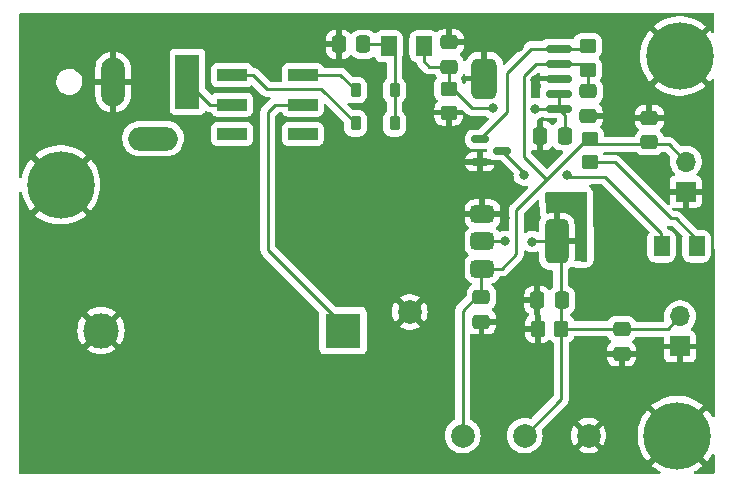
<source format=gbr>
%TF.GenerationSoftware,KiCad,Pcbnew,7.0.11-7.0.11~ubuntu22.04.1*%
%TF.CreationDate,2024-09-07T09:13:53-07:00*%
%TF.ProjectId,battery_pwr_brd_r3,62617474-6572-4795-9f70-77725f627264,rev?*%
%TF.SameCoordinates,Original*%
%TF.FileFunction,Copper,L1,Top*%
%TF.FilePolarity,Positive*%
%FSLAX46Y46*%
G04 Gerber Fmt 4.6, Leading zero omitted, Abs format (unit mm)*
G04 Created by KiCad (PCBNEW 7.0.11-7.0.11~ubuntu22.04.1) date 2024-09-07 09:13:53*
%MOMM*%
%LPD*%
G01*
G04 APERTURE LIST*
G04 Aperture macros list*
%AMRoundRect*
0 Rectangle with rounded corners*
0 $1 Rounding radius*
0 $2 $3 $4 $5 $6 $7 $8 $9 X,Y pos of 4 corners*
0 Add a 4 corners polygon primitive as box body*
4,1,4,$2,$3,$4,$5,$6,$7,$8,$9,$2,$3,0*
0 Add four circle primitives for the rounded corners*
1,1,$1+$1,$2,$3*
1,1,$1+$1,$4,$5*
1,1,$1+$1,$6,$7*
1,1,$1+$1,$8,$9*
0 Add four rect primitives between the rounded corners*
20,1,$1+$1,$2,$3,$4,$5,0*
20,1,$1+$1,$4,$5,$6,$7,0*
20,1,$1+$1,$6,$7,$8,$9,0*
20,1,$1+$1,$8,$9,$2,$3,0*%
G04 Aperture macros list end*
%TA.AperFunction,SMDPad,CuDef*%
%ADD10RoundRect,0.225000X0.225000X0.375000X-0.225000X0.375000X-0.225000X-0.375000X0.225000X-0.375000X0*%
%TD*%
%TA.AperFunction,SMDPad,CuDef*%
%ADD11RoundRect,0.250001X-0.462499X-0.624999X0.462499X-0.624999X0.462499X0.624999X-0.462499X0.624999X0*%
%TD*%
%TA.AperFunction,ComponentPad*%
%ADD12C,2.000000*%
%TD*%
%TA.AperFunction,SMDPad,CuDef*%
%ADD13RoundRect,0.250000X-0.337500X-0.475000X0.337500X-0.475000X0.337500X0.475000X-0.337500X0.475000X0*%
%TD*%
%TA.AperFunction,ComponentPad*%
%ADD14R,2.000000X4.600000*%
%TD*%
%TA.AperFunction,ComponentPad*%
%ADD15O,2.000000X4.200000*%
%TD*%
%TA.AperFunction,ComponentPad*%
%ADD16O,4.200000X2.000000*%
%TD*%
%TA.AperFunction,ComponentPad*%
%ADD17R,1.700000X1.700000*%
%TD*%
%TA.AperFunction,ComponentPad*%
%ADD18O,1.700000X1.700000*%
%TD*%
%TA.AperFunction,SMDPad,CuDef*%
%ADD19R,2.500000X1.000000*%
%TD*%
%TA.AperFunction,SMDPad,CuDef*%
%ADD20RoundRect,0.250000X0.475000X-0.337500X0.475000X0.337500X-0.475000X0.337500X-0.475000X-0.337500X0*%
%TD*%
%TA.AperFunction,SMDPad,CuDef*%
%ADD21RoundRect,0.150000X-0.587500X-0.150000X0.587500X-0.150000X0.587500X0.150000X-0.587500X0.150000X0*%
%TD*%
%TA.AperFunction,SMDPad,CuDef*%
%ADD22RoundRect,0.250000X0.450000X-0.350000X0.450000X0.350000X-0.450000X0.350000X-0.450000X-0.350000X0*%
%TD*%
%TA.AperFunction,ComponentPad*%
%ADD23C,3.600000*%
%TD*%
%TA.AperFunction,ConnectorPad*%
%ADD24C,5.700000*%
%TD*%
%TA.AperFunction,SMDPad,CuDef*%
%ADD25RoundRect,0.250000X-0.450000X0.350000X-0.450000X-0.350000X0.450000X-0.350000X0.450000X0.350000X0*%
%TD*%
%TA.AperFunction,SMDPad,CuDef*%
%ADD26RoundRect,0.250000X-0.350000X-0.450000X0.350000X-0.450000X0.350000X0.450000X-0.350000X0.450000X0*%
%TD*%
%TA.AperFunction,SMDPad,CuDef*%
%ADD27RoundRect,0.250001X0.462499X0.624999X-0.462499X0.624999X-0.462499X-0.624999X0.462499X-0.624999X0*%
%TD*%
%TA.AperFunction,SMDPad,CuDef*%
%ADD28RoundRect,0.250000X-0.475000X0.337500X-0.475000X-0.337500X0.475000X-0.337500X0.475000X0.337500X0*%
%TD*%
%TA.AperFunction,SMDPad,CuDef*%
%ADD29RoundRect,0.375000X-0.625000X-0.375000X0.625000X-0.375000X0.625000X0.375000X-0.625000X0.375000X0*%
%TD*%
%TA.AperFunction,SMDPad,CuDef*%
%ADD30RoundRect,0.500000X-0.500000X-1.400000X0.500000X-1.400000X0.500000X1.400000X-0.500000X1.400000X0*%
%TD*%
%TA.AperFunction,ComponentPad*%
%ADD31R,3.000000X3.000000*%
%TD*%
%TA.AperFunction,ComponentPad*%
%ADD32C,3.000000*%
%TD*%
%TA.AperFunction,SMDPad,CuDef*%
%ADD33RoundRect,0.150000X0.950000X0.150000X-0.950000X0.150000X-0.950000X-0.150000X0.950000X-0.150000X0*%
%TD*%
%TA.AperFunction,SMDPad,CuDef*%
%ADD34RoundRect,0.537500X0.537500X1.187500X-0.537500X1.187500X-0.537500X-1.187500X0.537500X-1.187500X0*%
%TD*%
%TA.AperFunction,ViaPad*%
%ADD35C,0.800000*%
%TD*%
%TA.AperFunction,Conductor*%
%ADD36C,0.250000*%
%TD*%
G04 APERTURE END LIST*
D10*
%TO.P,D4,1,K*%
%TO.N,Net-(D2-K)*%
X104722100Y-91806300D03*
%TO.P,D4,2,A*%
%TO.N,Net-(D4-A)*%
X101422100Y-91806300D03*
%TD*%
%TO.P,D2,1,K*%
%TO.N,Net-(D2-K)*%
X104722100Y-94606300D03*
%TO.P,D2,2,A*%
%TO.N,Net-(D2-A)*%
X101422100Y-94606300D03*
%TD*%
D11*
%TO.P,D1,1,K*%
%TO.N,Net-(D1-K)*%
X127334600Y-105006300D03*
%TO.P,D1,2,A*%
%TO.N,Net-(D1-A)*%
X130309600Y-105006300D03*
%TD*%
D12*
%TO.P,GND1,1,1*%
%TO.N,GND*%
X106019600Y-110566200D03*
%TD*%
D13*
%TO.P,C5,1*%
%TO.N,GND*%
X116811750Y-109587550D03*
%TO.P,C5,2*%
%TO.N,+3.3V*%
X118886750Y-109587550D03*
%TD*%
D14*
%TO.P,J1,1*%
%TO.N,Net-(SW1A-B)*%
X87189300Y-91083100D03*
D15*
%TO.P,J1,2*%
%TO.N,GND*%
X80889300Y-91083100D03*
D16*
%TO.P,J1,3*%
%TO.N,N/C*%
X84289300Y-95883100D03*
%TD*%
D17*
%TO.P,J2,1,Pin_1*%
%TO.N,GND*%
X129376500Y-100380800D03*
D18*
%TO.P,J2,2,Pin_2*%
%TO.N,+5V*%
X129376500Y-97840800D03*
%TD*%
D19*
%TO.P,SW1,1,A*%
%TO.N,unconnected-(SW1A-A-Pad1)*%
X90954600Y-95514800D03*
%TO.P,SW1,2,B*%
%TO.N,Net-(SW1A-B)*%
X90954600Y-93014800D03*
%TO.P,SW1,3,C*%
%TO.N,Net-(D2-A)*%
X90954600Y-90514800D03*
%TO.P,SW1,4,A*%
%TO.N,unconnected-(SW1B-A-Pad4)*%
X96954600Y-95514800D03*
%TO.P,SW1,5,B*%
%TO.N,Net-(BT1-+)*%
X96954600Y-93014800D03*
%TO.P,SW1,6,C*%
%TO.N,Net-(D4-A)*%
X96954600Y-90514800D03*
%TD*%
D20*
%TO.P,C3,1*%
%TO.N,GND*%
X121107200Y-93976100D03*
%TO.P,C3,2*%
%TO.N,+5V*%
X121107200Y-91901100D03*
%TD*%
%TO.P,C4,1*%
%TO.N,GND*%
X112083450Y-111387050D03*
%TO.P,C4,2*%
%TO.N,+5V*%
X112083450Y-109312050D03*
%TD*%
D12*
%TO.P,3V3,1,1*%
%TO.N,+3.3V*%
X115747800Y-121031000D03*
%TD*%
D13*
%TO.P,C1,1*%
%TO.N,GND*%
X100003700Y-87909400D03*
%TO.P,C1,2*%
%TO.N,Net-(D2-K)*%
X102078700Y-87909400D03*
%TD*%
D20*
%TO.P,C8,1*%
%TO.N,GND*%
X123952000Y-114092900D03*
%TO.P,C8,2*%
%TO.N,+3.3V*%
X123952000Y-112017900D03*
%TD*%
D21*
%TO.P,Q2,1,B*%
%TO.N,Net-(Q2-B)*%
X111940100Y-95962300D03*
%TO.P,Q2,2,E*%
%TO.N,GND*%
X111940100Y-97862300D03*
%TO.P,Q2,3,C*%
%TO.N,Net-(D1-K)*%
X113815100Y-96912300D03*
%TD*%
D22*
%TO.P,R2,1*%
%TO.N,Net-(D1-A)*%
X121235500Y-97902300D03*
%TO.P,R2,2*%
%TO.N,+5V*%
X121235500Y-95902300D03*
%TD*%
D23*
%TO.P,H3,1,1*%
%TO.N,GND*%
X128649700Y-121029700D03*
D24*
X128649700Y-121029700D03*
%TD*%
D25*
%TO.P,R1,1*%
%TO.N,Net-(U1-VIN)*%
X109296200Y-91684600D03*
%TO.P,R1,2*%
%TO.N,GND*%
X109296200Y-93684600D03*
%TD*%
D26*
%TO.P,R3,1*%
%TO.N,GND*%
X116850550Y-111976450D03*
%TO.P,R3,2*%
%TO.N,+3.3V*%
X118850550Y-111976450D03*
%TD*%
D27*
%TO.P,FB1,1*%
%TO.N,Net-(U1-VIN)*%
X107202300Y-88061800D03*
%TO.P,FB1,2*%
%TO.N,Net-(D2-K)*%
X104227300Y-88061800D03*
%TD*%
D12*
%TO.P,GND2,1,1*%
%TO.N,GND*%
X121158000Y-121031000D03*
%TD*%
D13*
%TO.P,C6,1*%
%TO.N,GND*%
X117072500Y-95656400D03*
%TO.P,C6,2*%
%TO.N,Net-(U1-VIN)*%
X119147500Y-95656400D03*
%TD*%
D28*
%TO.P,C7,1*%
%TO.N,GND*%
X126290100Y-94137600D03*
%TO.P,C7,2*%
%TO.N,+5V*%
X126290100Y-96212600D03*
%TD*%
D29*
%TO.P,U2,1,GND*%
%TO.N,GND*%
X112159250Y-102295850D03*
%TO.P,U2,2,VO*%
%TO.N,+3.3V*%
X112159250Y-104595850D03*
D30*
X118459250Y-104595850D03*
D29*
%TO.P,U2,3,VI*%
%TO.N,+5V*%
X112159250Y-106895850D03*
%TD*%
D31*
%TO.P,BT1,1,+*%
%TO.N,Net-(BT1-+)*%
X100362601Y-112141001D03*
D32*
%TO.P,BT1,2,-*%
%TO.N,GND*%
X79872601Y-112141001D03*
%TD*%
D12*
%TO.P,5V1,1,1*%
%TO.N,+5V*%
X110490000Y-121031000D03*
%TD*%
D25*
%TO.P,R4,1*%
%TO.N,Net-(Q2-B)*%
X121083100Y-88053700D03*
%TO.P,R4,2*%
%TO.N,+5V*%
X121083100Y-90053700D03*
%TD*%
D17*
%TO.P,J3,1,Pin_1*%
%TO.N,GND*%
X128905000Y-113492200D03*
D18*
%TO.P,J3,2,Pin_2*%
%TO.N,+3.3V*%
X128905000Y-110952200D03*
%TD*%
D23*
%TO.P,H1,1,1*%
%TO.N,GND*%
X76454000Y-99796600D03*
D24*
X76454000Y-99796600D03*
%TD*%
D28*
%TO.P,C2,1*%
%TO.N,GND*%
X109347000Y-87735500D03*
%TO.P,C2,2*%
%TO.N,Net-(U1-VIN)*%
X109347000Y-89810500D03*
%TD*%
D33*
%TO.P,U1,1,/SHDN*%
%TO.N,Net-(U1-VIN)*%
X118605900Y-93345000D03*
%TO.P,U1,2,VIN*%
X118605900Y-92075000D03*
%TO.P,U1,3,GND*%
%TO.N,GND*%
X118605900Y-90805000D03*
%TO.P,U1,4,VOUT*%
%TO.N,+5V*%
X118605900Y-89535000D03*
%TO.P,U1,5,PWRGD*%
%TO.N,Net-(Q2-B)*%
X118605900Y-88265000D03*
D34*
%TO.P,U1,6,TAB*%
%TO.N,GND*%
X112305900Y-90805000D03*
%TD*%
D23*
%TO.P,H2,1,1*%
%TO.N,GND*%
X128871700Y-88900000D03*
D24*
X128871700Y-88900000D03*
%TD*%
D35*
%TO.N,GND*%
X102422100Y-90106300D03*
X118008400Y-86410800D03*
X97026700Y-97610900D03*
X96467900Y-101827300D03*
X109522100Y-102506300D03*
X93445300Y-112723900D03*
X124358400Y-87477600D03*
X111988600Y-87630000D03*
X103322100Y-97106300D03*
X126061500Y-114961700D03*
X122097800Y-105740200D03*
X130938300Y-113818700D03*
X81456500Y-108532900D03*
X114046000Y-102621000D03*
X82218500Y-87577900D03*
X122322100Y-101406300D03*
X122607100Y-93976100D03*
X77748100Y-94461300D03*
X128397000Y-106857800D03*
X126772700Y-98832700D03*
X83590100Y-88009700D03*
X124231400Y-122275600D03*
X126922100Y-99906300D03*
X113734450Y-112000550D03*
X83844100Y-117905500D03*
X86231700Y-111428500D03*
X77697300Y-88085900D03*
X109722100Y-97906300D03*
X120345200Y-115468400D03*
X121286300Y-108129100D03*
X99515900Y-107364500D03*
X131014500Y-102363300D03*
X105027700Y-106932700D03*
X77595700Y-109599700D03*
X116222100Y-102806300D03*
X111277400Y-94538800D03*
X80262700Y-94613700D03*
X106522100Y-93206300D03*
X96522100Y-86806300D03*
X116611400Y-90932000D03*
X115290600Y-88163400D03*
X125222000Y-117221000D03*
X89000300Y-98830100D03*
X84174300Y-91565700D03*
X115969650Y-107123750D03*
X130531900Y-116485700D03*
X112395000Y-90373200D03*
X112012700Y-99134900D03*
X126922100Y-113506300D03*
X110234700Y-95528100D03*
X117525800Y-97434400D03*
X125095000Y-107772200D03*
X109421900Y-106424700D03*
%TO.N,Net-(D1-K)*%
X115697000Y-98983800D03*
X119329200Y-99009200D03*
%TO.N,Net-(U1-VIN)*%
X116611400Y-93370400D03*
X113055400Y-93319600D03*
%TO.N,+3.3V*%
X116401450Y-104609150D03*
X114096800Y-104602200D03*
%TD*%
D36*
%TO.N,Net-(D2-A)*%
X98522100Y-91706300D02*
X93922100Y-91706300D01*
X93922100Y-91706300D02*
X92730600Y-90514800D01*
X92730600Y-90514800D02*
X90954600Y-90514800D01*
X101422100Y-94606300D02*
X98522100Y-91706300D01*
%TO.N,Net-(D4-A)*%
X101422100Y-91806300D02*
X100130600Y-90514800D01*
X100130600Y-90514800D02*
X96954600Y-90514800D01*
%TO.N,Net-(D2-K)*%
X104722100Y-94606300D02*
X104722100Y-91806300D01*
X104722100Y-91806300D02*
X104722100Y-88556600D01*
X104722100Y-88556600D02*
X104227300Y-88061800D01*
%TO.N,Net-(D4-A)*%
X97146100Y-90706300D02*
X96954600Y-90514800D01*
%TO.N,+5V*%
X115671600Y-97459800D02*
X117589300Y-99377500D01*
X118605900Y-89535000D02*
X120666000Y-89535000D01*
X113766600Y-106895850D02*
X112159250Y-106895850D01*
X115671600Y-90601800D02*
X115671600Y-97459800D01*
X120583200Y-96383600D02*
X127919300Y-96383600D01*
X116738400Y-89535000D02*
X115671600Y-90601800D01*
X110490000Y-121031000D02*
X110490000Y-110462000D01*
X112083450Y-109312050D02*
X112083450Y-106971650D01*
X121132600Y-90001600D02*
X121132600Y-91875700D01*
X127919300Y-96383600D02*
X129376500Y-97840800D01*
X113784350Y-106895850D02*
X115036600Y-105643600D01*
X118605900Y-89535000D02*
X116738400Y-89535000D01*
X111639950Y-109312050D02*
X112083450Y-109312050D01*
X112103850Y-106840450D02*
X112159250Y-106895850D01*
X121132600Y-91875700D02*
X121107200Y-91901100D01*
X112083450Y-106971650D02*
X112159250Y-106895850D01*
X120666000Y-89535000D02*
X121132600Y-90001600D01*
X110490000Y-110462000D02*
X111639950Y-109312050D01*
X115036600Y-105643600D02*
X115036600Y-101930200D01*
X115036600Y-101930200D02*
X120583200Y-96383600D01*
%TO.N,GND*%
X116611400Y-90932000D02*
X116611400Y-91008200D01*
X116687600Y-90932000D02*
X116611400Y-90932000D01*
X118605900Y-90805000D02*
X116814600Y-90805000D01*
X116814600Y-90805000D02*
X116687600Y-90932000D01*
X112012700Y-99134900D02*
X112012700Y-97934900D01*
X122607100Y-93976100D02*
X121107200Y-93976100D01*
X116611400Y-91008200D02*
X116611400Y-91008200D01*
X112012700Y-97934900D02*
X111940100Y-97862300D01*
%TO.N,Net-(D1-K)*%
X119457500Y-99137500D02*
X119329200Y-99009200D01*
X127304800Y-104394000D02*
X127304800Y-103860600D01*
X127304800Y-103860600D02*
X122581700Y-99137500D01*
X115722400Y-98819600D02*
X115722400Y-98958400D01*
X115722400Y-98958400D02*
X115697000Y-98983800D01*
X115722400Y-99009200D02*
X115722400Y-99085400D01*
X113815100Y-96912300D02*
X115722400Y-98819600D01*
X115697000Y-98983800D02*
X115722400Y-99009200D01*
X122581700Y-99137500D02*
X119457500Y-99137500D01*
%TO.N,Net-(D1-A)*%
X121235500Y-97902300D02*
X123353100Y-97902300D01*
X128527200Y-102641400D02*
X130279800Y-104394000D01*
X123353100Y-97902300D02*
X128092200Y-102641400D01*
X128092200Y-102641400D02*
X128527200Y-102641400D01*
%TO.N,Net-(BT1-+)*%
X94640400Y-93014800D02*
X94005400Y-93649800D01*
X94005400Y-105326600D02*
X100894701Y-112215901D01*
X94005400Y-93649800D02*
X94005400Y-105326600D01*
X96954600Y-93014800D02*
X94640400Y-93014800D01*
%TO.N,Net-(Q2-B)*%
X116306600Y-88265000D02*
X114249200Y-90322400D01*
X120869200Y-88265000D02*
X121132600Y-88001600D01*
X114223800Y-93678600D02*
X111940100Y-95962300D01*
X114249200Y-90322400D02*
X114223800Y-90322400D01*
X118605900Y-88265000D02*
X116306600Y-88265000D01*
X118605900Y-88265000D02*
X120869200Y-88265000D01*
X114223800Y-90322400D02*
X114223800Y-93678600D01*
%TO.N,Net-(U1-VIN)*%
X109296200Y-91684600D02*
X109296200Y-89861300D01*
X116586000Y-93370400D02*
X116586000Y-93370400D01*
X109347000Y-89810500D02*
X107655600Y-89810500D01*
X118605900Y-93345000D02*
X116611400Y-93345000D01*
X118605900Y-92075000D02*
X118605900Y-93345000D01*
X116611400Y-93370400D02*
X116586000Y-93370400D01*
X109296200Y-89861300D02*
X109347000Y-89810500D01*
X111277400Y-93319600D02*
X109642400Y-91684600D01*
X118605900Y-93345000D02*
X119147500Y-93886600D01*
X119147500Y-93886600D02*
X119147500Y-95656400D01*
X116611400Y-93345000D02*
X116611400Y-93345000D01*
X113055400Y-93319600D02*
X111277400Y-93319600D01*
X116611400Y-93345000D02*
X116611400Y-93370400D01*
X107655600Y-89810500D02*
X107202300Y-89357200D01*
X109642400Y-91684600D02*
X109296200Y-91684600D01*
X107202300Y-89357200D02*
X107202300Y-88061800D01*
%TO.N,+3.3V*%
X127839300Y-112017900D02*
X128905000Y-110952200D01*
X118850550Y-111976450D02*
X118850550Y-109686750D01*
X116401450Y-104609150D02*
X116401450Y-104558350D01*
X118850550Y-109686750D02*
X118776750Y-109612950D01*
X118850550Y-117928250D02*
X115747800Y-121031000D01*
X112159250Y-104595850D02*
X114255750Y-104595850D01*
X118850550Y-111976450D02*
X123910550Y-111976450D01*
X116438950Y-104595850D02*
X116452250Y-104609150D01*
X118776750Y-109612950D02*
X118776750Y-104913350D01*
X118459250Y-104595850D02*
X116438950Y-104595850D01*
X123952000Y-112017900D02*
X127839300Y-112017900D01*
X116401450Y-104558350D02*
X116401450Y-104558350D01*
X114033900Y-104588900D02*
X114020600Y-104602200D01*
X114096800Y-104526000D02*
X114046000Y-104576800D01*
X114020600Y-104602200D02*
X114096800Y-104602200D01*
X118776750Y-104913350D02*
X118459250Y-104595850D01*
X118850550Y-111976450D02*
X118850550Y-117928250D01*
X114096800Y-104602200D02*
X114096800Y-104526000D01*
X116452250Y-104609150D02*
X116401450Y-104609150D01*
X123910550Y-111976450D02*
X123952000Y-112017900D01*
%TO.N,Net-(D2-K)*%
X102078700Y-87909400D02*
X104074900Y-87909400D01*
X104074900Y-87909400D02*
X104227300Y-88061800D01*
%TO.N,Net-(D2-A)*%
X90216700Y-90386500D02*
X91402500Y-90386500D01*
%TO.N,Net-(SW1A-B)*%
X89121000Y-93014800D02*
X87189300Y-91083100D01*
X90954600Y-93014800D02*
X89121000Y-93014800D01*
%TD*%
%TA.AperFunction,Conductor*%
%TO.N,GND*%
G36*
X116893007Y-101072209D02*
G01*
X116948940Y-101114081D01*
X116973357Y-101179545D01*
X116973534Y-101182518D01*
X117019112Y-102143785D01*
X117020688Y-102166420D01*
X117021692Y-102177349D01*
X117024271Y-102199907D01*
X117036878Y-102243965D01*
X117063860Y-102338264D01*
X117064481Y-102340432D01*
X117093063Y-102404179D01*
X117137125Y-102473796D01*
X117156345Y-102540970D01*
X117136196Y-102607872D01*
X117128205Y-102618772D01*
X117116654Y-102632847D01*
X117116651Y-102632852D01*
X117023010Y-102808041D01*
X116965341Y-102998150D01*
X116950750Y-103146306D01*
X116950750Y-103668293D01*
X116931065Y-103735332D01*
X116878261Y-103781087D01*
X116809103Y-103791031D01*
X116776316Y-103781573D01*
X116683739Y-103740356D01*
X116683736Y-103740355D01*
X116496937Y-103700650D01*
X116305963Y-103700650D01*
X116119164Y-103740355D01*
X115944693Y-103818034D01*
X115866985Y-103874493D01*
X115801179Y-103897973D01*
X115733125Y-103882147D01*
X115684430Y-103832042D01*
X115670100Y-103774175D01*
X115670100Y-102243965D01*
X115689785Y-102176926D01*
X115706414Y-102156289D01*
X116761994Y-101100708D01*
X116823315Y-101067225D01*
X116893007Y-101072209D01*
G37*
%TD.AperFunction*%
%TA.AperFunction,Conductor*%
G36*
X123368071Y-97020492D02*
G01*
X123373466Y-97018122D01*
X123389357Y-97017100D01*
X125158056Y-97017100D01*
X125225095Y-97036785D01*
X125245737Y-97053419D01*
X125341448Y-97149130D01*
X125492362Y-97242215D01*
X125660674Y-97297987D01*
X125764555Y-97308600D01*
X126815644Y-97308599D01*
X126919526Y-97297987D01*
X127087838Y-97242215D01*
X127238752Y-97149130D01*
X127334463Y-97053419D01*
X127395786Y-97019934D01*
X127422144Y-97017100D01*
X127605534Y-97017100D01*
X127672573Y-97036785D01*
X127693215Y-97053419D01*
X128027436Y-97387640D01*
X128060921Y-97448963D01*
X128059961Y-97505760D01*
X128031935Y-97616433D01*
X128013344Y-97840794D01*
X128013344Y-97840805D01*
X128031934Y-98065159D01*
X128031936Y-98065171D01*
X128087203Y-98283414D01*
X128177640Y-98489592D01*
X128241859Y-98587886D01*
X128300778Y-98678068D01*
X128452207Y-98842562D01*
X128483129Y-98905215D01*
X128475269Y-98974641D01*
X128431122Y-99028797D01*
X128404311Y-99042726D01*
X128284412Y-99087446D01*
X128284406Y-99087449D01*
X128169312Y-99173609D01*
X128169309Y-99173612D01*
X128083149Y-99288706D01*
X128083145Y-99288713D01*
X128032903Y-99423420D01*
X128032901Y-99423427D01*
X128026500Y-99482955D01*
X128026500Y-100130800D01*
X128942814Y-100130800D01*
X128917007Y-100170956D01*
X128876500Y-100308911D01*
X128876500Y-100452689D01*
X128917007Y-100590644D01*
X128942814Y-100630800D01*
X128026500Y-100630800D01*
X128026500Y-101278644D01*
X128032901Y-101338172D01*
X128032903Y-101338180D01*
X128040720Y-101359138D01*
X128045704Y-101428830D01*
X128012219Y-101490153D01*
X127950895Y-101523637D01*
X127881204Y-101518652D01*
X127836857Y-101490152D01*
X123860188Y-97513483D01*
X123850287Y-97501123D01*
X123850077Y-97501298D01*
X123845101Y-97495284D01*
X123845100Y-97495282D01*
X123795415Y-97448625D01*
X123792650Y-97445945D01*
X123772866Y-97426161D01*
X123769604Y-97423631D01*
X123760719Y-97416043D01*
X123728421Y-97385714D01*
X123728419Y-97385712D01*
X123710531Y-97375878D01*
X123694270Y-97365197D01*
X123678139Y-97352684D01*
X123637475Y-97335088D01*
X123626985Y-97329949D01*
X123588160Y-97308605D01*
X123588156Y-97308604D01*
X123588140Y-97308600D01*
X123584760Y-97307732D01*
X123568387Y-97303528D01*
X123549981Y-97297226D01*
X123531244Y-97289118D01*
X123531245Y-97289118D01*
X123487483Y-97282187D01*
X123476047Y-97279819D01*
X123461293Y-97276031D01*
X123433132Y-97268800D01*
X123433130Y-97268800D01*
X123412716Y-97268800D01*
X123393317Y-97267273D01*
X123371772Y-97263860D01*
X123368187Y-97264549D01*
X123339379Y-97267273D01*
X123329043Y-97268250D01*
X123317374Y-97268800D01*
X122471024Y-97268800D01*
X122403985Y-97249115D01*
X122365483Y-97209893D01*
X122363201Y-97206193D01*
X122344763Y-97138800D01*
X122365688Y-97072137D01*
X122419332Y-97027370D01*
X122468742Y-97017100D01*
X123356517Y-97017100D01*
X123368071Y-97020492D01*
G37*
%TD.AperFunction*%
%TA.AperFunction,Conductor*%
G36*
X117325102Y-94064433D02*
G01*
X117327248Y-94065674D01*
X117338094Y-94072088D01*
X117392299Y-94104145D01*
X117414917Y-94110716D01*
X117552064Y-94150561D01*
X117552067Y-94150561D01*
X117552069Y-94150562D01*
X117589398Y-94153500D01*
X118390000Y-94153500D01*
X118457039Y-94173185D01*
X118502794Y-94225989D01*
X118514000Y-94277500D01*
X118514000Y-94403586D01*
X118494315Y-94470625D01*
X118455097Y-94509124D01*
X118336351Y-94582367D01*
X118336347Y-94582370D01*
X118210970Y-94707747D01*
X118210968Y-94707750D01*
X118210541Y-94708443D01*
X118210123Y-94708818D01*
X118206489Y-94713415D01*
X118205703Y-94712793D01*
X118158591Y-94755164D01*
X118089627Y-94766383D01*
X118025547Y-94738536D01*
X118007739Y-94717978D01*
X118006798Y-94718723D01*
X118002316Y-94713055D01*
X117878345Y-94589084D01*
X117729124Y-94497043D01*
X117729119Y-94497041D01*
X117562697Y-94441894D01*
X117562690Y-94441893D01*
X117459986Y-94431400D01*
X117322500Y-94431400D01*
X117322500Y-96881399D01*
X117459972Y-96881399D01*
X117459986Y-96881398D01*
X117562697Y-96870905D01*
X117729119Y-96815758D01*
X117729124Y-96815756D01*
X117878345Y-96723715D01*
X118002316Y-96599744D01*
X118006798Y-96594077D01*
X118008991Y-96595811D01*
X118051357Y-96557665D01*
X118120314Y-96546408D01*
X118184410Y-96574218D01*
X118206334Y-96599506D01*
X118206489Y-96599385D01*
X118209183Y-96602792D01*
X118210545Y-96604363D01*
X118210970Y-96605052D01*
X118336348Y-96730430D01*
X118487262Y-96823515D01*
X118655574Y-96879287D01*
X118759455Y-96889900D01*
X118881634Y-96889899D01*
X118948672Y-96909583D01*
X118994427Y-96962387D01*
X119004371Y-97031545D01*
X118975347Y-97095101D01*
X118969314Y-97101580D01*
X117676981Y-98393914D01*
X117615658Y-98427399D01*
X117545966Y-98422415D01*
X117501619Y-98393914D01*
X116341419Y-97233714D01*
X116307934Y-97172391D01*
X116305100Y-97146033D01*
X116305100Y-96950769D01*
X116324785Y-96883730D01*
X116377589Y-96837975D01*
X116446747Y-96828031D01*
X116468104Y-96833063D01*
X116582302Y-96870905D01*
X116582309Y-96870906D01*
X116685019Y-96881399D01*
X116822499Y-96881399D01*
X116822500Y-96881398D01*
X116822500Y-94418550D01*
X116804470Y-94385531D01*
X116809454Y-94315839D01*
X116851326Y-94259906D01*
X116888167Y-94243230D01*
X116887508Y-94241202D01*
X116893679Y-94239195D01*
X116893688Y-94239194D01*
X117068152Y-94161518D01*
X117191241Y-94072087D01*
X117257048Y-94048608D01*
X117325102Y-94064433D01*
G37*
%TD.AperFunction*%
%TA.AperFunction,Conductor*%
G36*
X116958842Y-90312974D02*
G01*
X117014776Y-90354845D01*
X117039193Y-90420310D01*
X117034586Y-90463749D01*
X117008800Y-90552508D01*
X117008799Y-90552511D01*
X117008604Y-90554998D01*
X117008605Y-90555000D01*
X118731900Y-90555000D01*
X118798939Y-90574685D01*
X118844694Y-90627489D01*
X118855900Y-90679000D01*
X118855900Y-90931000D01*
X118836215Y-90998039D01*
X118783411Y-91043794D01*
X118731900Y-91055000D01*
X117008605Y-91055000D01*
X117008604Y-91055001D01*
X117008799Y-91057486D01*
X117054618Y-91215198D01*
X117138219Y-91356560D01*
X117138869Y-91357398D01*
X117139173Y-91358173D01*
X117142188Y-91363271D01*
X117141365Y-91363757D01*
X117164400Y-91422436D01*
X117150716Y-91490953D01*
X117135584Y-91511533D01*
X117136227Y-91512032D01*
X117131443Y-91518198D01*
X117046755Y-91661398D01*
X117046753Y-91661403D01*
X117000338Y-91821164D01*
X117000337Y-91821170D01*
X116997400Y-91858492D01*
X116997400Y-92291505D01*
X117000337Y-92328829D01*
X117003054Y-92338180D01*
X117002852Y-92408049D01*
X116964908Y-92466718D01*
X116901268Y-92495559D01*
X116858195Y-92494061D01*
X116706887Y-92461900D01*
X116515913Y-92461900D01*
X116454880Y-92474873D01*
X116385213Y-92469556D01*
X116329479Y-92427418D01*
X116305375Y-92361838D01*
X116305100Y-92353582D01*
X116305100Y-90915566D01*
X116324785Y-90848527D01*
X116341419Y-90827885D01*
X116559100Y-90610204D01*
X116827831Y-90341472D01*
X116889151Y-90307990D01*
X116958842Y-90312974D01*
G37*
%TD.AperFunction*%
%TA.AperFunction,Conductor*%
G36*
X131742374Y-85261319D02*
G01*
X131788152Y-85314103D01*
X131799380Y-85365582D01*
X131800343Y-86846010D01*
X131780702Y-86913063D01*
X131727928Y-86958852D01*
X131658776Y-86968840D01*
X131595201Y-86939857D01*
X131573709Y-86915678D01*
X131542521Y-86869679D01*
X131410729Y-86714523D01*
X131410728Y-86714523D01*
X130169432Y-87955818D01*
X130006570Y-87765130D01*
X129815880Y-87602266D01*
X131059810Y-86358336D01*
X131059810Y-86358334D01*
X131043629Y-86343007D01*
X131043628Y-86343006D01*
X130754433Y-86123167D01*
X130754417Y-86123156D01*
X130443177Y-85935890D01*
X130443164Y-85935883D01*
X130113494Y-85783360D01*
X130113489Y-85783359D01*
X129769238Y-85667367D01*
X129414464Y-85589275D01*
X129053333Y-85550000D01*
X128690066Y-85550000D01*
X128328935Y-85589275D01*
X127974161Y-85667367D01*
X127629910Y-85783359D01*
X127629905Y-85783360D01*
X127300235Y-85935883D01*
X127300222Y-85935890D01*
X126988982Y-86123156D01*
X126988966Y-86123167D01*
X126699775Y-86343002D01*
X126683588Y-86358335D01*
X126683587Y-86358335D01*
X127927519Y-87602266D01*
X127736830Y-87765130D01*
X127573966Y-87955818D01*
X126332670Y-86714522D01*
X126332669Y-86714523D01*
X126200877Y-86869680D01*
X126200870Y-86869690D01*
X125997018Y-87170348D01*
X125997016Y-87170352D01*
X125826861Y-87491297D01*
X125826852Y-87491315D01*
X125692397Y-87828772D01*
X125692395Y-87828779D01*
X125595219Y-88178777D01*
X125595217Y-88178785D01*
X125536446Y-88537271D01*
X125516780Y-88899997D01*
X125516780Y-88900002D01*
X125536446Y-89262728D01*
X125595217Y-89621214D01*
X125595219Y-89621222D01*
X125692395Y-89971220D01*
X125692397Y-89971227D01*
X125826852Y-90308684D01*
X125826861Y-90308702D01*
X125997016Y-90629647D01*
X125997018Y-90629651D01*
X126200870Y-90930309D01*
X126200877Y-90930319D01*
X126332669Y-91085475D01*
X126332670Y-91085475D01*
X127573966Y-89844180D01*
X127736830Y-90034870D01*
X127927518Y-90197732D01*
X126683588Y-91441662D01*
X126683588Y-91441664D01*
X126699770Y-91456992D01*
X126699771Y-91456993D01*
X126988966Y-91676832D01*
X126988982Y-91676843D01*
X127300222Y-91864109D01*
X127300235Y-91864116D01*
X127629905Y-92016639D01*
X127629910Y-92016640D01*
X127974161Y-92132632D01*
X128328935Y-92210724D01*
X128690066Y-92249999D01*
X128690074Y-92250000D01*
X129053326Y-92250000D01*
X129053333Y-92249999D01*
X129414464Y-92210724D01*
X129769238Y-92132632D01*
X130113489Y-92016640D01*
X130113494Y-92016639D01*
X130443164Y-91864116D01*
X130443177Y-91864109D01*
X130754417Y-91676843D01*
X130754433Y-91676832D01*
X131043629Y-91456992D01*
X131059810Y-91441664D01*
X131059810Y-91441663D01*
X129815880Y-90197733D01*
X130006570Y-90034870D01*
X130169433Y-89844180D01*
X131410728Y-91085475D01*
X131410729Y-91085475D01*
X131542527Y-90930311D01*
X131542535Y-90930301D01*
X131576379Y-90880385D01*
X131630293Y-90835943D01*
X131699675Y-90827705D01*
X131762497Y-90858285D01*
X131798814Y-90917974D01*
X131803013Y-90949890D01*
X131821499Y-119361775D01*
X131801858Y-119428828D01*
X131749084Y-119474617D01*
X131679932Y-119484605D01*
X131616357Y-119455622D01*
X131587944Y-119419939D01*
X131524383Y-119300052D01*
X131524381Y-119300048D01*
X131320529Y-118999390D01*
X131320522Y-118999380D01*
X131188729Y-118844223D01*
X131188728Y-118844223D01*
X129947432Y-120085518D01*
X129784570Y-119894830D01*
X129593880Y-119731966D01*
X130837810Y-118488036D01*
X130837810Y-118488034D01*
X130821629Y-118472707D01*
X130821628Y-118472706D01*
X130532433Y-118252867D01*
X130532417Y-118252856D01*
X130221177Y-118065590D01*
X130221164Y-118065583D01*
X129891494Y-117913060D01*
X129891489Y-117913059D01*
X129547238Y-117797067D01*
X129192464Y-117718975D01*
X128831333Y-117679700D01*
X128468066Y-117679700D01*
X128106935Y-117718975D01*
X127752161Y-117797067D01*
X127407910Y-117913059D01*
X127407905Y-117913060D01*
X127078235Y-118065583D01*
X127078222Y-118065590D01*
X126766982Y-118252856D01*
X126766966Y-118252867D01*
X126477775Y-118472702D01*
X126461588Y-118488035D01*
X126461587Y-118488035D01*
X127705519Y-119731966D01*
X127514830Y-119894830D01*
X127351966Y-120085518D01*
X126110670Y-118844222D01*
X126110669Y-118844223D01*
X125978877Y-118999380D01*
X125978870Y-118999390D01*
X125775018Y-119300048D01*
X125775016Y-119300052D01*
X125604861Y-119620997D01*
X125604852Y-119621015D01*
X125470397Y-119958472D01*
X125470395Y-119958479D01*
X125373219Y-120308477D01*
X125373217Y-120308485D01*
X125314446Y-120666971D01*
X125294780Y-121029697D01*
X125294780Y-121029702D01*
X125314446Y-121392428D01*
X125373217Y-121750914D01*
X125373219Y-121750922D01*
X125470395Y-122100920D01*
X125470397Y-122100927D01*
X125604852Y-122438384D01*
X125604861Y-122438402D01*
X125775016Y-122759347D01*
X125775018Y-122759351D01*
X125978870Y-123060009D01*
X125978877Y-123060019D01*
X126110669Y-123215175D01*
X126110670Y-123215175D01*
X127351966Y-121973880D01*
X127514830Y-122164570D01*
X127705518Y-122327432D01*
X126461588Y-123571362D01*
X126461588Y-123571364D01*
X126477770Y-123586692D01*
X126477771Y-123586693D01*
X126766966Y-123806532D01*
X126766982Y-123806543D01*
X127078222Y-123993809D01*
X127078235Y-123993816D01*
X127187485Y-124044361D01*
X127240063Y-124090375D01*
X127259417Y-124157511D01*
X127239403Y-124224452D01*
X127186374Y-124269947D01*
X127135419Y-124280900D01*
X73046600Y-124280900D01*
X72979561Y-124261215D01*
X72933806Y-124208411D01*
X72922600Y-124156900D01*
X72922600Y-112141002D01*
X77867492Y-112141002D01*
X77887901Y-112426363D01*
X77948710Y-112705896D01*
X78048692Y-112973959D01*
X78185792Y-113225039D01*
X78185797Y-113225047D01*
X78292483Y-113367562D01*
X78292484Y-113367563D01*
X79195404Y-112464642D01*
X79218660Y-112518554D01*
X79323357Y-112659186D01*
X79457663Y-112771883D01*
X79549266Y-112817887D01*
X78646037Y-113721116D01*
X78788561Y-113827808D01*
X78788562Y-113827809D01*
X79039643Y-113964909D01*
X79039642Y-113964909D01*
X79307705Y-114064891D01*
X79587238Y-114125700D01*
X79872600Y-114146110D01*
X79872602Y-114146110D01*
X80157963Y-114125700D01*
X80437496Y-114064891D01*
X80705559Y-113964909D01*
X80956648Y-113827804D01*
X81099162Y-113721117D01*
X81099163Y-113721116D01*
X80198547Y-112820499D01*
X80211492Y-112815788D01*
X80357974Y-112719446D01*
X80478289Y-112591919D01*
X80551048Y-112465895D01*
X81452716Y-113367563D01*
X81452717Y-113367562D01*
X81559404Y-113225048D01*
X81696509Y-112973959D01*
X81796491Y-112705896D01*
X81857300Y-112426363D01*
X81877710Y-112141002D01*
X81877710Y-112140999D01*
X81857300Y-111855638D01*
X81796491Y-111576105D01*
X81696509Y-111308042D01*
X81559409Y-111056962D01*
X81559408Y-111056961D01*
X81452716Y-110914437D01*
X80549796Y-111817357D01*
X80526542Y-111763448D01*
X80421845Y-111622816D01*
X80287539Y-111510119D01*
X80195934Y-111464113D01*
X81099163Y-110560884D01*
X81099162Y-110560883D01*
X80956647Y-110454197D01*
X80956639Y-110454192D01*
X80705558Y-110317092D01*
X80705559Y-110317092D01*
X80437496Y-110217110D01*
X80157963Y-110156301D01*
X79872602Y-110135892D01*
X79872600Y-110135892D01*
X79587238Y-110156301D01*
X79307705Y-110217110D01*
X79039642Y-110317092D01*
X78788562Y-110454192D01*
X78788554Y-110454197D01*
X78646038Y-110560883D01*
X78646037Y-110560884D01*
X79546655Y-111461502D01*
X79533710Y-111466214D01*
X79387228Y-111562556D01*
X79266913Y-111690083D01*
X79194153Y-111816106D01*
X78292484Y-110914437D01*
X78292483Y-110914438D01*
X78185797Y-111056954D01*
X78185792Y-111056962D01*
X78048692Y-111308042D01*
X77948710Y-111576105D01*
X77887901Y-111855638D01*
X77867492Y-112140999D01*
X77867492Y-112141002D01*
X72922600Y-112141002D01*
X72922600Y-100485719D01*
X72942285Y-100418680D01*
X72995089Y-100372925D01*
X73064247Y-100362981D01*
X73127803Y-100392006D01*
X73165577Y-100450784D01*
X73168967Y-100465658D01*
X73177517Y-100517814D01*
X73177519Y-100517822D01*
X73274695Y-100867820D01*
X73274697Y-100867827D01*
X73409152Y-101205284D01*
X73409161Y-101205302D01*
X73579316Y-101526247D01*
X73579318Y-101526251D01*
X73783170Y-101826909D01*
X73783177Y-101826919D01*
X73914969Y-101982075D01*
X73914970Y-101982075D01*
X75156266Y-100740780D01*
X75319130Y-100931470D01*
X75509818Y-101094332D01*
X74265888Y-102338262D01*
X74265888Y-102338264D01*
X74282070Y-102353592D01*
X74282071Y-102353593D01*
X74571266Y-102573432D01*
X74571282Y-102573443D01*
X74882522Y-102760709D01*
X74882535Y-102760716D01*
X75212205Y-102913239D01*
X75212210Y-102913240D01*
X75556461Y-103029232D01*
X75911235Y-103107324D01*
X76272366Y-103146599D01*
X76272374Y-103146600D01*
X76635626Y-103146600D01*
X76635633Y-103146599D01*
X76996764Y-103107324D01*
X77351538Y-103029232D01*
X77695789Y-102913240D01*
X77695794Y-102913239D01*
X78025464Y-102760716D01*
X78025477Y-102760709D01*
X78336717Y-102573443D01*
X78336733Y-102573432D01*
X78625929Y-102353592D01*
X78642110Y-102338264D01*
X78642110Y-102338263D01*
X77398180Y-101094333D01*
X77588870Y-100931470D01*
X77751733Y-100740780D01*
X78993028Y-101982075D01*
X78993029Y-101982075D01*
X79124827Y-101826911D01*
X79124844Y-101826890D01*
X79328681Y-101526251D01*
X79328683Y-101526247D01*
X79498838Y-101205302D01*
X79498847Y-101205284D01*
X79633302Y-100867827D01*
X79633304Y-100867820D01*
X79730480Y-100517822D01*
X79730482Y-100517814D01*
X79789253Y-100159328D01*
X79808920Y-99796602D01*
X79808920Y-99796597D01*
X79789253Y-99433871D01*
X79730482Y-99075385D01*
X79730480Y-99075377D01*
X79633304Y-98725379D01*
X79633302Y-98725372D01*
X79498847Y-98387915D01*
X79498838Y-98387897D01*
X79328683Y-98066952D01*
X79328681Y-98066948D01*
X79124829Y-97766290D01*
X79124822Y-97766280D01*
X78993029Y-97611123D01*
X78993028Y-97611123D01*
X77751732Y-98852418D01*
X77588870Y-98661730D01*
X77398180Y-98498866D01*
X78642110Y-97254936D01*
X78642110Y-97254934D01*
X78625929Y-97239607D01*
X78625928Y-97239606D01*
X78336733Y-97019767D01*
X78336717Y-97019756D01*
X78025477Y-96832490D01*
X78025464Y-96832483D01*
X77695794Y-96679960D01*
X77695789Y-96679959D01*
X77351538Y-96563967D01*
X76996764Y-96485875D01*
X76635633Y-96446600D01*
X76272366Y-96446600D01*
X75911235Y-96485875D01*
X75556461Y-96563967D01*
X75212210Y-96679959D01*
X75212205Y-96679960D01*
X74882535Y-96832483D01*
X74882522Y-96832490D01*
X74571282Y-97019756D01*
X74571266Y-97019767D01*
X74282075Y-97239602D01*
X74265888Y-97254935D01*
X74265887Y-97254935D01*
X75509819Y-98498866D01*
X75319130Y-98661730D01*
X75156266Y-98852418D01*
X73914970Y-97611122D01*
X73914969Y-97611123D01*
X73783177Y-97766280D01*
X73783170Y-97766290D01*
X73579318Y-98066948D01*
X73579316Y-98066952D01*
X73409161Y-98387897D01*
X73409152Y-98387915D01*
X73274697Y-98725372D01*
X73274695Y-98725379D01*
X73177519Y-99075377D01*
X73177513Y-99075403D01*
X73168966Y-99127541D01*
X73138695Y-99190513D01*
X73079185Y-99227122D01*
X73009329Y-99225746D01*
X72951306Y-99186821D01*
X72923538Y-99122706D01*
X72922600Y-99107480D01*
X72922600Y-95944033D01*
X81677118Y-95944033D01*
X81706476Y-96185821D01*
X81774237Y-96419756D01*
X81774238Y-96419759D01*
X81878651Y-96639807D01*
X82017007Y-96840248D01*
X82017008Y-96840249D01*
X82185722Y-97015900D01*
X82380429Y-97162213D01*
X82380431Y-97162214D01*
X82380435Y-97162217D01*
X82471274Y-97209893D01*
X82596092Y-97275403D01*
X82596094Y-97275403D01*
X82596095Y-97275404D01*
X82695523Y-97308598D01*
X82827117Y-97352531D01*
X83067518Y-97391600D01*
X83067521Y-97391600D01*
X85450087Y-97391600D01*
X85450097Y-97391600D01*
X85632068Y-97376910D01*
X85868548Y-97318623D01*
X86018026Y-97254936D01*
X86092607Y-97223160D01*
X86092607Y-97223159D01*
X86092616Y-97223156D01*
X86298468Y-97092983D01*
X86480774Y-96931475D01*
X86634810Y-96742814D01*
X86748205Y-96546408D01*
X86756584Y-96531896D01*
X86756585Y-96531893D01*
X86756589Y-96531887D01*
X86842956Y-96304157D01*
X86891674Y-96065521D01*
X86891757Y-96063454D01*
X89196100Y-96063454D01*
X89202611Y-96124002D01*
X89202611Y-96124004D01*
X89245074Y-96237847D01*
X89253711Y-96261004D01*
X89341339Y-96378061D01*
X89458396Y-96465689D01*
X89595399Y-96516789D01*
X89622650Y-96519718D01*
X89655945Y-96523299D01*
X89655962Y-96523300D01*
X92253238Y-96523300D01*
X92253254Y-96523299D01*
X92280292Y-96520391D01*
X92313801Y-96516789D01*
X92450804Y-96465689D01*
X92567861Y-96378061D01*
X92655489Y-96261004D01*
X92706589Y-96124001D01*
X92712876Y-96065525D01*
X92713099Y-96063454D01*
X92713100Y-96063437D01*
X92713100Y-94966162D01*
X92713099Y-94966145D01*
X92708777Y-94925950D01*
X92706589Y-94905599D01*
X92655489Y-94768596D01*
X92567861Y-94651539D01*
X92450804Y-94563911D01*
X92313803Y-94512811D01*
X92253254Y-94506300D01*
X92253238Y-94506300D01*
X89655962Y-94506300D01*
X89655945Y-94506300D01*
X89595397Y-94512811D01*
X89595395Y-94512811D01*
X89458395Y-94563911D01*
X89341339Y-94651539D01*
X89253711Y-94768595D01*
X89202611Y-94905595D01*
X89202611Y-94905597D01*
X89196100Y-94966145D01*
X89196100Y-96063454D01*
X86891757Y-96063454D01*
X86898451Y-95897343D01*
X86901481Y-95822167D01*
X86901481Y-95822161D01*
X86872123Y-95580378D01*
X86820294Y-95401446D01*
X86804361Y-95346438D01*
X86699950Y-95126396D01*
X86699949Y-95126395D01*
X86699948Y-95126392D01*
X86580449Y-94953270D01*
X86561593Y-94925952D01*
X86496960Y-94858662D01*
X86392877Y-94750299D01*
X86198170Y-94603986D01*
X86198166Y-94603983D01*
X86198165Y-94603983D01*
X86130954Y-94568708D01*
X85982507Y-94490796D01*
X85982503Y-94490795D01*
X85751482Y-94413668D01*
X85511082Y-94374600D01*
X85511079Y-94374600D01*
X83128503Y-94374600D01*
X83128493Y-94374600D01*
X82946532Y-94389289D01*
X82710049Y-94447577D01*
X82485992Y-94543039D01*
X82485984Y-94543043D01*
X82485984Y-94543044D01*
X82280132Y-94673217D01*
X82097826Y-94834725D01*
X82097824Y-94834726D01*
X82097822Y-94834729D01*
X81943789Y-95023385D01*
X81943787Y-95023389D01*
X81822015Y-95234303D01*
X81822010Y-95234313D01*
X81735645Y-95462038D01*
X81686926Y-95700674D01*
X81686925Y-95700682D01*
X81677118Y-95944032D01*
X81677118Y-95944033D01*
X72922600Y-95944033D01*
X72922600Y-92245154D01*
X79389300Y-92245154D01*
X79404685Y-92430830D01*
X79404687Y-92430838D01*
X79465712Y-92671817D01*
X79565567Y-92899467D01*
X79701532Y-93107578D01*
X79869892Y-93290464D01*
X79869902Y-93290473D01*
X80066062Y-93443151D01*
X80066071Y-93443157D01*
X80284685Y-93561464D01*
X80284696Y-93561469D01*
X80519807Y-93642183D01*
X80639299Y-93662123D01*
X80639300Y-93662122D01*
X80639300Y-92616786D01*
X80679456Y-92642593D01*
X80817411Y-92683100D01*
X80961189Y-92683100D01*
X81099144Y-92642593D01*
X81139300Y-92616786D01*
X81139300Y-93662123D01*
X81258792Y-93642183D01*
X81493903Y-93561469D01*
X81493914Y-93561464D01*
X81712528Y-93443157D01*
X81712537Y-93443151D01*
X81727180Y-93431754D01*
X85680800Y-93431754D01*
X85687311Y-93492302D01*
X85687311Y-93492304D01*
X85735542Y-93621612D01*
X85738411Y-93629304D01*
X85826039Y-93746361D01*
X85943096Y-93833989D01*
X86080099Y-93885089D01*
X86107350Y-93888018D01*
X86140645Y-93891599D01*
X86140662Y-93891600D01*
X88237938Y-93891600D01*
X88237954Y-93891599D01*
X88264992Y-93888691D01*
X88298501Y-93885089D01*
X88435504Y-93833989D01*
X88552561Y-93746361D01*
X88640189Y-93629304D01*
X88640190Y-93629298D01*
X88644388Y-93621612D01*
X88693790Y-93572204D01*
X88762062Y-93557347D01*
X88802471Y-93567231D01*
X88836616Y-93582007D01*
X88847107Y-93587146D01*
X88885940Y-93608495D01*
X88905718Y-93613573D01*
X88924121Y-93619874D01*
X88942852Y-93627980D01*
X88942853Y-93627980D01*
X88942855Y-93627981D01*
X88986618Y-93634911D01*
X88998045Y-93637278D01*
X89040970Y-93648300D01*
X89061390Y-93648300D01*
X89080789Y-93649827D01*
X89100943Y-93653019D01*
X89114967Y-93651693D01*
X89183561Y-93664979D01*
X89234084Y-93713241D01*
X89242820Y-93731806D01*
X89253711Y-93761004D01*
X89341339Y-93878061D01*
X89458396Y-93965689D01*
X89595399Y-94016789D01*
X89622650Y-94019718D01*
X89655945Y-94023299D01*
X89655962Y-94023300D01*
X92253238Y-94023300D01*
X92253254Y-94023299D01*
X92280292Y-94020391D01*
X92313801Y-94016789D01*
X92450804Y-93965689D01*
X92567861Y-93878061D01*
X92655489Y-93761004D01*
X92706589Y-93624001D01*
X92710392Y-93588628D01*
X92713099Y-93563454D01*
X92713100Y-93563437D01*
X92713100Y-92466162D01*
X92713099Y-92466145D01*
X92709302Y-92430838D01*
X92706589Y-92405599D01*
X92703130Y-92396326D01*
X92677053Y-92326410D01*
X92655489Y-92268596D01*
X92567861Y-92151539D01*
X92450804Y-92063911D01*
X92313803Y-92012811D01*
X92253254Y-92006300D01*
X92253238Y-92006300D01*
X89655962Y-92006300D01*
X89655945Y-92006300D01*
X89595397Y-92012811D01*
X89595395Y-92012811D01*
X89458395Y-92063911D01*
X89341338Y-92151540D01*
X89335169Y-92157709D01*
X89273844Y-92191191D01*
X89204153Y-92186204D01*
X89159810Y-92157705D01*
X88734119Y-91732014D01*
X88700634Y-91670691D01*
X88697800Y-91644333D01*
X88697800Y-91063454D01*
X89196100Y-91063454D01*
X89202611Y-91124002D01*
X89202611Y-91124004D01*
X89253711Y-91261004D01*
X89341339Y-91378061D01*
X89458396Y-91465689D01*
X89526131Y-91490953D01*
X89585406Y-91513062D01*
X89595399Y-91516789D01*
X89622650Y-91519718D01*
X89655945Y-91523299D01*
X89655962Y-91523300D01*
X92253238Y-91523300D01*
X92253254Y-91523299D01*
X92280292Y-91520391D01*
X92313801Y-91516789D01*
X92323794Y-91513062D01*
X92383069Y-91490953D01*
X92450804Y-91465689D01*
X92450804Y-91465688D01*
X92450806Y-91465688D01*
X92450807Y-91465687D01*
X92508583Y-91422436D01*
X92556246Y-91386755D01*
X92621709Y-91362338D01*
X92689982Y-91377189D01*
X92718237Y-91398341D01*
X93415010Y-92095114D01*
X93424916Y-92107478D01*
X93425126Y-92107305D01*
X93430097Y-92113313D01*
X93430100Y-92113318D01*
X93479801Y-92159990D01*
X93482565Y-92162669D01*
X93502330Y-92182434D01*
X93505604Y-92184973D01*
X93514470Y-92192547D01*
X93546778Y-92222886D01*
X93564667Y-92232720D01*
X93580933Y-92243404D01*
X93597059Y-92255913D01*
X93637716Y-92273507D01*
X93648207Y-92278646D01*
X93687040Y-92299995D01*
X93706818Y-92305073D01*
X93725221Y-92311374D01*
X93743952Y-92319480D01*
X93743953Y-92319480D01*
X93743955Y-92319481D01*
X93787718Y-92326411D01*
X93799145Y-92328778D01*
X93842070Y-92339800D01*
X93862490Y-92339800D01*
X93881889Y-92341327D01*
X93902041Y-92344518D01*
X93902042Y-92344519D01*
X93902042Y-92344518D01*
X93902043Y-92344519D01*
X93935813Y-92341327D01*
X93946150Y-92340350D01*
X93957818Y-92339800D01*
X94113230Y-92339800D01*
X94180269Y-92359485D01*
X94226024Y-92412289D01*
X94235968Y-92481447D01*
X94207862Y-92542988D01*
X94208263Y-92543320D01*
X94207032Y-92544807D01*
X94206943Y-92545003D01*
X94206422Y-92545544D01*
X94175042Y-92583474D01*
X94167183Y-92592111D01*
X93616580Y-93142713D01*
X93604221Y-93152616D01*
X93604394Y-93152825D01*
X93598384Y-93157796D01*
X93551737Y-93207470D01*
X93549032Y-93210261D01*
X93529273Y-93230021D01*
X93529258Y-93230038D01*
X93526717Y-93233313D01*
X93519153Y-93242167D01*
X93488820Y-93274471D01*
X93488812Y-93274481D01*
X93478979Y-93292367D01*
X93468303Y-93308620D01*
X93455786Y-93324757D01*
X93455785Y-93324760D01*
X93438185Y-93365429D01*
X93433048Y-93375915D01*
X93411703Y-93414741D01*
X93411703Y-93414742D01*
X93406625Y-93434520D01*
X93400325Y-93452922D01*
X93392218Y-93471657D01*
X93385288Y-93515409D01*
X93382920Y-93526845D01*
X93371900Y-93569765D01*
X93371900Y-93590184D01*
X93370373Y-93609583D01*
X93367250Y-93629304D01*
X93367180Y-93629743D01*
X93369202Y-93651134D01*
X93371350Y-93673857D01*
X93371900Y-93685526D01*
X93371900Y-105242966D01*
X93370161Y-105258713D01*
X93370432Y-105258739D01*
X93369698Y-105266505D01*
X93371839Y-105334616D01*
X93371900Y-105338512D01*
X93371900Y-105366459D01*
X93372418Y-105370558D01*
X93373334Y-105382198D01*
X93374726Y-105426489D01*
X93374727Y-105426491D01*
X93380422Y-105446095D01*
X93384367Y-105465142D01*
X93386926Y-105485397D01*
X93386927Y-105485400D01*
X93386928Y-105485404D01*
X93403238Y-105526600D01*
X93407021Y-105537649D01*
X93419381Y-105580192D01*
X93429772Y-105597762D01*
X93438332Y-105615235D01*
X93445847Y-105634217D01*
X93471891Y-105670063D01*
X93478305Y-105679827D01*
X93499046Y-105714898D01*
X93500858Y-105717962D01*
X93500862Y-105717966D01*
X93515289Y-105732393D01*
X93527926Y-105747188D01*
X93539928Y-105763707D01*
X93557186Y-105777984D01*
X93574068Y-105791950D01*
X93582708Y-105799812D01*
X98317783Y-110534888D01*
X98351267Y-110596209D01*
X98354101Y-110622567D01*
X98354101Y-113689655D01*
X98360612Y-113750203D01*
X98360612Y-113750205D01*
X98389558Y-113827809D01*
X98411712Y-113887205D01*
X98499340Y-114004262D01*
X98616397Y-114091890D01*
X98753400Y-114142990D01*
X98780651Y-114145919D01*
X98813946Y-114149500D01*
X98813963Y-114149501D01*
X101911239Y-114149501D01*
X101911255Y-114149500D01*
X101938293Y-114146592D01*
X101971802Y-114142990D01*
X102108805Y-114091890D01*
X102225862Y-114004262D01*
X102313490Y-113887205D01*
X102364590Y-113750202D01*
X102369405Y-113705413D01*
X102371100Y-113689655D01*
X102371101Y-113689638D01*
X102371101Y-110592363D01*
X102371100Y-110592346D01*
X102368289Y-110566205D01*
X104514459Y-110566205D01*
X104534985Y-110813929D01*
X104534987Y-110813938D01*
X104596012Y-111054917D01*
X104695866Y-111282564D01*
X104796164Y-111436082D01*
X105536523Y-110695723D01*
X105560107Y-110776044D01*
X105637839Y-110896998D01*
X105746500Y-110991152D01*
X105877285Y-111050880D01*
X105887066Y-111052286D01*
X105149542Y-111789809D01*
X105196368Y-111826255D01*
X105196370Y-111826256D01*
X105414985Y-111944564D01*
X105414996Y-111944569D01*
X105650106Y-112025283D01*
X105895307Y-112066200D01*
X106143893Y-112066200D01*
X106389093Y-112025283D01*
X106624203Y-111944569D01*
X106624214Y-111944564D01*
X106842828Y-111826257D01*
X106842831Y-111826255D01*
X106889656Y-111789809D01*
X106152133Y-111052286D01*
X106161915Y-111050880D01*
X106292700Y-110991152D01*
X106401361Y-110896998D01*
X106479093Y-110776044D01*
X106502676Y-110695724D01*
X107243034Y-111436082D01*
X107343331Y-111282569D01*
X107443187Y-111054917D01*
X107504212Y-110813938D01*
X107504214Y-110813929D01*
X107524741Y-110566205D01*
X107524741Y-110566194D01*
X107504214Y-110318470D01*
X107504212Y-110318461D01*
X107443187Y-110077482D01*
X107343331Y-109849830D01*
X107243034Y-109696316D01*
X106502676Y-110436675D01*
X106479093Y-110356356D01*
X106401361Y-110235402D01*
X106292700Y-110141248D01*
X106161915Y-110081520D01*
X106152134Y-110080113D01*
X106889657Y-109342590D01*
X106889656Y-109342589D01*
X106842829Y-109306143D01*
X106624214Y-109187835D01*
X106624203Y-109187830D01*
X106389093Y-109107116D01*
X106143893Y-109066200D01*
X105895307Y-109066200D01*
X105650106Y-109107116D01*
X105414996Y-109187830D01*
X105414990Y-109187832D01*
X105196361Y-109306149D01*
X105149542Y-109342588D01*
X105149542Y-109342590D01*
X105887066Y-110080113D01*
X105877285Y-110081520D01*
X105746500Y-110141248D01*
X105637839Y-110235402D01*
X105560107Y-110356356D01*
X105536523Y-110436675D01*
X104796164Y-109696316D01*
X104695867Y-109849832D01*
X104596012Y-110077482D01*
X104534987Y-110318461D01*
X104534985Y-110318470D01*
X104514459Y-110566194D01*
X104514459Y-110566205D01*
X102368289Y-110566205D01*
X102365063Y-110536202D01*
X102364590Y-110531800D01*
X102364252Y-110530895D01*
X102334291Y-110450566D01*
X102313490Y-110394797D01*
X102225862Y-110277740D01*
X102108805Y-110190112D01*
X102089708Y-110182989D01*
X101971804Y-110139012D01*
X101911255Y-110132501D01*
X101911239Y-110132501D01*
X99758567Y-110132501D01*
X99691528Y-110112816D01*
X99670886Y-110096182D01*
X94675219Y-105100514D01*
X94641734Y-105039191D01*
X94638900Y-105012833D01*
X94638900Y-102045850D01*
X110659250Y-102045850D01*
X111909250Y-102045850D01*
X111909250Y-101045850D01*
X112409250Y-101045850D01*
X112409250Y-102045850D01*
X113659250Y-102045850D01*
X113659250Y-101844753D01*
X113656352Y-101802025D01*
X113610418Y-101617326D01*
X113525859Y-101446827D01*
X113525857Y-101446824D01*
X113406617Y-101298483D01*
X113406616Y-101298482D01*
X113258275Y-101179242D01*
X113258272Y-101179240D01*
X113087773Y-101094681D01*
X112903074Y-101048747D01*
X112860347Y-101045850D01*
X112409250Y-101045850D01*
X111909250Y-101045850D01*
X111458153Y-101045850D01*
X111415425Y-101048747D01*
X111230726Y-101094681D01*
X111060227Y-101179240D01*
X111060224Y-101179242D01*
X110911883Y-101298482D01*
X110911882Y-101298483D01*
X110792642Y-101446824D01*
X110792640Y-101446827D01*
X110708081Y-101617326D01*
X110662147Y-101802025D01*
X110659250Y-101844753D01*
X110659250Y-102045850D01*
X94638900Y-102045850D01*
X94638900Y-98112301D01*
X110705304Y-98112301D01*
X110705499Y-98114786D01*
X110751318Y-98272498D01*
X110834914Y-98413852D01*
X110834921Y-98413861D01*
X110951038Y-98529978D01*
X110951047Y-98529985D01*
X111092403Y-98613582D01*
X111092406Y-98613583D01*
X111250104Y-98659399D01*
X111250110Y-98659400D01*
X111286950Y-98662299D01*
X111286966Y-98662300D01*
X111690100Y-98662300D01*
X111690100Y-98112300D01*
X112190100Y-98112300D01*
X112190100Y-98662300D01*
X112593234Y-98662300D01*
X112593249Y-98662299D01*
X112630089Y-98659400D01*
X112630095Y-98659399D01*
X112787793Y-98613583D01*
X112787796Y-98613582D01*
X112929152Y-98529985D01*
X112929161Y-98529978D01*
X113045278Y-98413861D01*
X113045285Y-98413852D01*
X113128881Y-98272498D01*
X113174700Y-98114786D01*
X113174895Y-98112301D01*
X113174895Y-98112300D01*
X112190100Y-98112300D01*
X111690100Y-98112300D01*
X110705305Y-98112300D01*
X110705304Y-98112301D01*
X94638900Y-98112301D01*
X94638900Y-97612298D01*
X110705304Y-97612298D01*
X110705305Y-97612300D01*
X111690100Y-97612300D01*
X111690100Y-97062300D01*
X111286950Y-97062300D01*
X111250110Y-97065199D01*
X111250104Y-97065200D01*
X111092406Y-97111016D01*
X111092403Y-97111017D01*
X110951047Y-97194614D01*
X110951038Y-97194621D01*
X110834921Y-97310738D01*
X110834914Y-97310747D01*
X110751318Y-97452101D01*
X110705499Y-97609813D01*
X110705304Y-97612298D01*
X94638900Y-97612298D01*
X94638900Y-96063454D01*
X95196100Y-96063454D01*
X95202611Y-96124002D01*
X95202611Y-96124004D01*
X95245074Y-96237847D01*
X95253711Y-96261004D01*
X95341339Y-96378061D01*
X95458396Y-96465689D01*
X95595399Y-96516789D01*
X95622650Y-96519718D01*
X95655945Y-96523299D01*
X95655962Y-96523300D01*
X98253238Y-96523300D01*
X98253254Y-96523299D01*
X98280292Y-96520391D01*
X98313801Y-96516789D01*
X98450804Y-96465689D01*
X98567861Y-96378061D01*
X98655489Y-96261004D01*
X98706589Y-96124001D01*
X98712876Y-96065525D01*
X98713099Y-96063454D01*
X98713100Y-96063437D01*
X98713100Y-94966162D01*
X98713099Y-94966145D01*
X98708777Y-94925950D01*
X98706589Y-94905599D01*
X98655489Y-94768596D01*
X98567861Y-94651539D01*
X98450804Y-94563911D01*
X98313803Y-94512811D01*
X98253254Y-94506300D01*
X98253238Y-94506300D01*
X95655962Y-94506300D01*
X95655945Y-94506300D01*
X95595397Y-94512811D01*
X95595395Y-94512811D01*
X95458395Y-94563911D01*
X95341339Y-94651539D01*
X95253711Y-94768595D01*
X95202611Y-94905595D01*
X95202611Y-94905597D01*
X95196100Y-94966145D01*
X95196100Y-96063454D01*
X94638900Y-96063454D01*
X94638900Y-93963566D01*
X94658585Y-93896527D01*
X94675219Y-93875885D01*
X94866485Y-93684619D01*
X94927808Y-93651134D01*
X94954166Y-93648300D01*
X95125580Y-93648300D01*
X95192619Y-93667985D01*
X95238374Y-93720789D01*
X95241761Y-93728966D01*
X95253710Y-93761003D01*
X95262885Y-93773259D01*
X95341339Y-93878061D01*
X95458396Y-93965689D01*
X95595399Y-94016789D01*
X95622650Y-94019718D01*
X95655945Y-94023299D01*
X95655962Y-94023300D01*
X98253238Y-94023300D01*
X98253254Y-94023299D01*
X98280292Y-94020391D01*
X98313801Y-94016789D01*
X98450804Y-93965689D01*
X98567861Y-93878061D01*
X98655489Y-93761004D01*
X98706589Y-93624001D01*
X98710392Y-93588628D01*
X98713099Y-93563454D01*
X98713100Y-93563437D01*
X98713100Y-93092566D01*
X98732785Y-93025527D01*
X98785589Y-92979772D01*
X98854747Y-92969828D01*
X98918303Y-92998853D01*
X98924781Y-93004885D01*
X100427281Y-94507385D01*
X100460766Y-94568708D01*
X100463600Y-94595066D01*
X100463600Y-95030179D01*
X100473864Y-95130636D01*
X100527797Y-95293398D01*
X100527802Y-95293409D01*
X100617812Y-95439336D01*
X100617815Y-95439340D01*
X100739059Y-95560584D01*
X100739063Y-95560587D01*
X100884990Y-95650597D01*
X100884993Y-95650598D01*
X100884999Y-95650602D01*
X101047764Y-95704536D01*
X101148228Y-95714800D01*
X101148233Y-95714800D01*
X101695967Y-95714800D01*
X101695972Y-95714800D01*
X101796436Y-95704536D01*
X101959201Y-95650602D01*
X102105140Y-95560585D01*
X102226385Y-95439340D01*
X102316402Y-95293401D01*
X102370336Y-95130636D01*
X102380600Y-95030172D01*
X102380600Y-94182428D01*
X102370336Y-94081964D01*
X102316402Y-93919199D01*
X102316398Y-93919193D01*
X102316397Y-93919190D01*
X102226387Y-93773263D01*
X102226384Y-93773259D01*
X102105140Y-93652015D01*
X102105136Y-93652012D01*
X101959209Y-93562002D01*
X101959203Y-93561999D01*
X101959201Y-93561998D01*
X101796436Y-93508064D01*
X101695979Y-93497800D01*
X101695972Y-93497800D01*
X101260867Y-93497800D01*
X101193828Y-93478115D01*
X101173186Y-93461481D01*
X100772341Y-93060636D01*
X100738856Y-92999313D01*
X100743840Y-92929621D01*
X100785712Y-92873688D01*
X100851176Y-92849271D01*
X100899021Y-92855248D01*
X101010828Y-92892297D01*
X101047763Y-92904536D01*
X101083794Y-92908217D01*
X101148228Y-92914800D01*
X101148233Y-92914800D01*
X101695967Y-92914800D01*
X101695972Y-92914800D01*
X101796436Y-92904536D01*
X101959201Y-92850602D01*
X102105140Y-92760585D01*
X102226385Y-92639340D01*
X102316402Y-92493401D01*
X102370336Y-92330636D01*
X102380600Y-92230172D01*
X102380600Y-91382428D01*
X102370336Y-91281964D01*
X102316402Y-91119199D01*
X102316398Y-91119193D01*
X102316397Y-91119190D01*
X102226387Y-90973263D01*
X102226384Y-90973259D01*
X102105140Y-90852015D01*
X102105136Y-90852012D01*
X101959209Y-90762002D01*
X101959203Y-90761999D01*
X101959201Y-90761998D01*
X101796436Y-90708064D01*
X101695979Y-90697800D01*
X101695972Y-90697800D01*
X101260867Y-90697800D01*
X101193828Y-90678115D01*
X101173186Y-90661481D01*
X100637688Y-90125983D01*
X100627787Y-90113623D01*
X100627577Y-90113798D01*
X100622601Y-90107784D01*
X100622600Y-90107782D01*
X100572931Y-90061140D01*
X100570134Y-90058429D01*
X100550366Y-90038661D01*
X100547104Y-90036131D01*
X100538219Y-90028543D01*
X100505921Y-89998214D01*
X100505919Y-89998212D01*
X100488031Y-89988378D01*
X100471770Y-89977697D01*
X100455639Y-89965184D01*
X100414975Y-89947588D01*
X100404485Y-89942449D01*
X100365660Y-89921105D01*
X100365656Y-89921104D01*
X100345887Y-89916028D01*
X100327481Y-89909726D01*
X100308744Y-89901618D01*
X100308745Y-89901618D01*
X100264983Y-89894687D01*
X100253547Y-89892319D01*
X100238793Y-89888531D01*
X100210632Y-89881300D01*
X100210630Y-89881300D01*
X100190216Y-89881300D01*
X100170817Y-89879773D01*
X100150658Y-89876580D01*
X100150657Y-89876580D01*
X100106543Y-89880750D01*
X100094874Y-89881300D01*
X98783620Y-89881300D01*
X98716581Y-89861615D01*
X98670826Y-89808811D01*
X98667439Y-89800634D01*
X98655489Y-89768596D01*
X98640489Y-89748559D01*
X98567861Y-89651539D01*
X98450804Y-89563911D01*
X98447370Y-89562630D01*
X98313803Y-89512811D01*
X98253254Y-89506300D01*
X98253238Y-89506300D01*
X95655962Y-89506300D01*
X95655945Y-89506300D01*
X95595397Y-89512811D01*
X95595395Y-89512811D01*
X95458395Y-89563911D01*
X95341339Y-89651539D01*
X95253711Y-89768595D01*
X95202611Y-89905595D01*
X95202611Y-89905597D01*
X95196100Y-89966145D01*
X95196100Y-90948800D01*
X95176415Y-91015839D01*
X95123611Y-91061594D01*
X95072100Y-91072800D01*
X94235867Y-91072800D01*
X94168828Y-91053115D01*
X94148186Y-91036481D01*
X93237688Y-90125983D01*
X93227787Y-90113623D01*
X93227577Y-90113798D01*
X93222601Y-90107784D01*
X93222600Y-90107782D01*
X93172915Y-90061125D01*
X93170150Y-90058445D01*
X93150366Y-90038661D01*
X93147104Y-90036131D01*
X93138219Y-90028543D01*
X93105921Y-89998214D01*
X93105919Y-89998212D01*
X93088031Y-89988378D01*
X93071770Y-89977697D01*
X93055639Y-89965184D01*
X93014975Y-89947588D01*
X93004485Y-89942449D01*
X92965660Y-89921105D01*
X92965656Y-89921104D01*
X92945887Y-89916028D01*
X92927481Y-89909726D01*
X92908744Y-89901618D01*
X92908745Y-89901618D01*
X92864983Y-89894687D01*
X92853547Y-89892319D01*
X92838793Y-89888531D01*
X92810632Y-89881300D01*
X92810630Y-89881300D01*
X92790216Y-89881300D01*
X92770806Y-89879771D01*
X92763796Y-89878660D01*
X92700664Y-89848725D01*
X92667025Y-89799524D01*
X92658918Y-89777789D01*
X92655489Y-89768596D01*
X92567861Y-89651539D01*
X92450804Y-89563911D01*
X92447370Y-89562630D01*
X92313803Y-89512811D01*
X92253254Y-89506300D01*
X92253238Y-89506300D01*
X89655962Y-89506300D01*
X89655945Y-89506300D01*
X89595397Y-89512811D01*
X89595395Y-89512811D01*
X89458395Y-89563911D01*
X89341339Y-89651539D01*
X89253711Y-89768595D01*
X89202611Y-89905595D01*
X89202611Y-89905597D01*
X89196100Y-89966145D01*
X89196100Y-91063454D01*
X88697800Y-91063454D01*
X88697800Y-88734462D01*
X88697799Y-88734445D01*
X88692864Y-88688553D01*
X88691289Y-88673899D01*
X88690111Y-88670742D01*
X88656266Y-88580000D01*
X88640189Y-88536896D01*
X88552561Y-88419839D01*
X88435504Y-88332211D01*
X88298503Y-88281111D01*
X88237954Y-88274600D01*
X88237938Y-88274600D01*
X86140662Y-88274600D01*
X86140645Y-88274600D01*
X86080097Y-88281111D01*
X86080095Y-88281111D01*
X85943095Y-88332211D01*
X85826039Y-88419839D01*
X85738411Y-88536895D01*
X85687311Y-88673895D01*
X85687311Y-88673897D01*
X85680800Y-88734445D01*
X85680800Y-93431754D01*
X81727180Y-93431754D01*
X81908697Y-93290473D01*
X81908707Y-93290464D01*
X82077067Y-93107578D01*
X82213032Y-92899467D01*
X82312887Y-92671817D01*
X82373912Y-92430838D01*
X82373914Y-92430830D01*
X82389299Y-92245154D01*
X82389300Y-92245139D01*
X82389300Y-91333100D01*
X81389300Y-91333100D01*
X81389300Y-90833100D01*
X82389300Y-90833100D01*
X82389300Y-89921061D01*
X82389299Y-89921045D01*
X82373914Y-89735369D01*
X82373912Y-89735361D01*
X82312887Y-89494382D01*
X82213032Y-89266732D01*
X82077067Y-89058621D01*
X81908707Y-88875735D01*
X81908697Y-88875726D01*
X81712537Y-88723048D01*
X81712528Y-88723042D01*
X81493914Y-88604735D01*
X81493903Y-88604730D01*
X81258792Y-88524016D01*
X81139300Y-88504076D01*
X81139300Y-89549413D01*
X81099144Y-89523607D01*
X80961189Y-89483100D01*
X80817411Y-89483100D01*
X80679456Y-89523607D01*
X80639300Y-89549413D01*
X80639300Y-88504076D01*
X80639299Y-88504076D01*
X80519807Y-88524016D01*
X80284696Y-88604730D01*
X80284685Y-88604735D01*
X80066071Y-88723042D01*
X80066062Y-88723048D01*
X79869902Y-88875726D01*
X79869892Y-88875735D01*
X79701532Y-89058621D01*
X79565567Y-89266732D01*
X79465712Y-89494382D01*
X79404687Y-89735361D01*
X79404685Y-89735369D01*
X79389300Y-89921045D01*
X79389300Y-90833100D01*
X80389300Y-90833100D01*
X80389300Y-91333100D01*
X79389300Y-91333100D01*
X79389300Y-92245154D01*
X72922600Y-92245154D01*
X72922600Y-91030501D01*
X76085046Y-91030501D01*
X76095045Y-91240427D01*
X76144596Y-91444678D01*
X76144598Y-91444682D01*
X76231898Y-91635843D01*
X76231901Y-91635848D01*
X76231902Y-91635850D01*
X76231904Y-91635853D01*
X76345279Y-91795066D01*
X76353815Y-91807053D01*
X76353820Y-91807059D01*
X76505920Y-91952085D01*
X76600878Y-92013111D01*
X76682728Y-92065713D01*
X76877843Y-92143825D01*
X76949859Y-92157705D01*
X77084214Y-92183600D01*
X77084215Y-92183600D01*
X77241719Y-92183600D01*
X77241725Y-92183600D01*
X77398518Y-92168628D01*
X77600175Y-92109416D01*
X77786982Y-92013111D01*
X77787364Y-92012811D01*
X77952183Y-91883194D01*
X77952186Y-91883192D01*
X78089819Y-91724356D01*
X78106367Y-91695695D01*
X78194901Y-91542349D01*
X78194900Y-91542349D01*
X78194904Y-91542344D01*
X78263644Y-91343733D01*
X78293554Y-91135702D01*
X78283554Y-90925770D01*
X78234004Y-90721524D01*
X78223170Y-90697800D01*
X78146701Y-90530356D01*
X78146698Y-90530351D01*
X78146697Y-90530350D01*
X78146696Y-90530347D01*
X78024786Y-90359148D01*
X78024784Y-90359146D01*
X78024779Y-90359140D01*
X77872679Y-90214114D01*
X77695874Y-90100488D01*
X77500755Y-90022374D01*
X77294386Y-89982600D01*
X77294385Y-89982600D01*
X77136875Y-89982600D01*
X76980082Y-89997572D01*
X76980078Y-89997573D01*
X76778427Y-90056783D01*
X76591613Y-90153091D01*
X76426416Y-90283005D01*
X76426412Y-90283009D01*
X76288778Y-90441846D01*
X76183698Y-90623850D01*
X76114956Y-90822465D01*
X76114956Y-90822467D01*
X76087726Y-91011864D01*
X76085046Y-91030501D01*
X72922600Y-91030501D01*
X72922600Y-88159400D01*
X98916201Y-88159400D01*
X98916201Y-88434386D01*
X98926694Y-88537097D01*
X98981841Y-88703519D01*
X98981843Y-88703524D01*
X99073884Y-88852745D01*
X99197854Y-88976715D01*
X99347075Y-89068756D01*
X99347080Y-89068758D01*
X99513502Y-89123905D01*
X99513509Y-89123906D01*
X99616219Y-89134399D01*
X99753699Y-89134399D01*
X100253700Y-89134399D01*
X100391172Y-89134399D01*
X100391186Y-89134398D01*
X100493897Y-89123905D01*
X100660319Y-89068758D01*
X100660324Y-89068756D01*
X100809545Y-88976715D01*
X100933516Y-88852744D01*
X100937998Y-88847077D01*
X100940191Y-88848811D01*
X100982557Y-88810665D01*
X101051514Y-88799408D01*
X101115610Y-88827218D01*
X101137534Y-88852506D01*
X101137689Y-88852385D01*
X101140383Y-88855792D01*
X101141745Y-88857363D01*
X101142170Y-88858052D01*
X101267548Y-88983430D01*
X101418462Y-89076515D01*
X101586774Y-89132287D01*
X101690655Y-89142900D01*
X102466744Y-89142899D01*
X102570626Y-89132287D01*
X102738938Y-89076515D01*
X102889852Y-88983430D01*
X102889855Y-88983426D01*
X102892618Y-88981242D01*
X102894874Y-88980331D01*
X102895999Y-88979638D01*
X102896117Y-88979830D01*
X102957412Y-88955099D01*
X103026054Y-88968136D01*
X103075071Y-89013407D01*
X103165769Y-89160450D01*
X103291148Y-89285829D01*
X103291152Y-89285832D01*
X103442061Y-89378915D01*
X103442064Y-89378916D01*
X103610371Y-89434686D01*
X103610372Y-89434686D01*
X103610375Y-89434687D01*
X103714256Y-89445300D01*
X103964600Y-89445300D01*
X104031639Y-89464985D01*
X104077394Y-89517789D01*
X104088600Y-89569300D01*
X104088600Y-90752810D01*
X104068915Y-90819849D01*
X104041519Y-90850070D01*
X104039061Y-90852013D01*
X103917815Y-90973259D01*
X103917812Y-90973263D01*
X103827802Y-91119190D01*
X103827797Y-91119201D01*
X103773864Y-91281963D01*
X103763600Y-91382420D01*
X103763600Y-92230179D01*
X103773864Y-92330636D01*
X103827797Y-92493398D01*
X103827802Y-92493409D01*
X103917812Y-92639336D01*
X103917815Y-92639340D01*
X104039059Y-92760584D01*
X104041511Y-92762523D01*
X104042755Y-92764280D01*
X104044167Y-92765692D01*
X104043925Y-92765933D01*
X104081888Y-92819545D01*
X104088600Y-92859789D01*
X104088600Y-93552810D01*
X104068915Y-93619849D01*
X104041519Y-93650070D01*
X104039061Y-93652013D01*
X103917815Y-93773259D01*
X103917812Y-93773263D01*
X103827802Y-93919190D01*
X103827797Y-93919201D01*
X103773864Y-94081963D01*
X103763600Y-94182420D01*
X103763600Y-95030179D01*
X103773864Y-95130636D01*
X103827797Y-95293398D01*
X103827802Y-95293409D01*
X103917812Y-95439336D01*
X103917815Y-95439340D01*
X104039059Y-95560584D01*
X104039063Y-95560587D01*
X104184990Y-95650597D01*
X104184993Y-95650598D01*
X104184999Y-95650602D01*
X104347764Y-95704536D01*
X104448228Y-95714800D01*
X104448233Y-95714800D01*
X104995967Y-95714800D01*
X104995972Y-95714800D01*
X105096436Y-95704536D01*
X105259201Y-95650602D01*
X105405140Y-95560585D01*
X105526385Y-95439340D01*
X105616402Y-95293401D01*
X105670336Y-95130636D01*
X105680600Y-95030172D01*
X105680600Y-94182428D01*
X105670336Y-94081964D01*
X105621505Y-93934600D01*
X108096201Y-93934600D01*
X108096201Y-94084586D01*
X108106694Y-94187297D01*
X108161841Y-94353719D01*
X108161843Y-94353724D01*
X108253884Y-94502945D01*
X108377854Y-94626915D01*
X108527075Y-94718956D01*
X108527080Y-94718958D01*
X108693502Y-94774105D01*
X108693509Y-94774106D01*
X108796219Y-94784599D01*
X109046199Y-94784599D01*
X109046200Y-94784598D01*
X109046200Y-93934600D01*
X109546200Y-93934600D01*
X109546200Y-94784599D01*
X109796172Y-94784599D01*
X109796186Y-94784598D01*
X109898897Y-94774105D01*
X110065319Y-94718958D01*
X110065324Y-94718956D01*
X110214545Y-94626915D01*
X110338515Y-94502945D01*
X110430556Y-94353724D01*
X110430558Y-94353719D01*
X110485705Y-94187297D01*
X110485706Y-94187290D01*
X110496199Y-94084586D01*
X110496200Y-94084573D01*
X110496200Y-93934600D01*
X109546200Y-93934600D01*
X109046200Y-93934600D01*
X108096201Y-93934600D01*
X105621505Y-93934600D01*
X105616402Y-93919199D01*
X105616398Y-93919193D01*
X105616397Y-93919190D01*
X105526387Y-93773263D01*
X105526384Y-93773259D01*
X105405138Y-93652013D01*
X105402681Y-93650070D01*
X105401434Y-93648309D01*
X105400033Y-93646908D01*
X105400272Y-93646668D01*
X105362309Y-93593045D01*
X105355600Y-93552810D01*
X105355600Y-92859789D01*
X105375285Y-92792750D01*
X105402689Y-92762523D01*
X105405134Y-92760588D01*
X105405140Y-92760585D01*
X105526385Y-92639340D01*
X105616402Y-92493401D01*
X105670336Y-92330636D01*
X105680600Y-92230172D01*
X105680600Y-91382428D01*
X105670336Y-91281964D01*
X105616402Y-91119199D01*
X105616398Y-91119193D01*
X105616397Y-91119190D01*
X105526387Y-90973263D01*
X105526384Y-90973259D01*
X105405138Y-90852013D01*
X105402681Y-90850070D01*
X105401434Y-90848309D01*
X105400033Y-90846908D01*
X105400272Y-90846668D01*
X105362309Y-90793045D01*
X105355600Y-90752810D01*
X105355600Y-89087367D01*
X105374064Y-89022266D01*
X105381915Y-89009538D01*
X105437687Y-88841225D01*
X105448299Y-88737351D01*
X105981300Y-88737351D01*
X105991913Y-88841228D01*
X106047683Y-89009535D01*
X106047684Y-89009538D01*
X106140767Y-89160447D01*
X106140770Y-89160451D01*
X106266148Y-89285829D01*
X106266152Y-89285832D01*
X106417061Y-89378915D01*
X106444885Y-89388134D01*
X106498817Y-89406005D01*
X106556262Y-89445775D01*
X106582837Y-89508167D01*
X106583825Y-89515993D01*
X106583828Y-89516004D01*
X106600138Y-89557200D01*
X106603921Y-89568249D01*
X106616281Y-89610792D01*
X106626672Y-89628362D01*
X106635232Y-89645835D01*
X106642747Y-89664817D01*
X106668791Y-89700663D01*
X106675205Y-89710427D01*
X106697758Y-89748562D01*
X106697762Y-89748566D01*
X106712189Y-89762993D01*
X106724826Y-89777788D01*
X106736828Y-89794307D01*
X106769507Y-89821342D01*
X106770968Y-89822550D01*
X106779609Y-89830413D01*
X107148513Y-90199318D01*
X107158422Y-90211685D01*
X107158632Y-90211512D01*
X107163601Y-90217520D01*
X107188088Y-90240514D01*
X107213286Y-90264175D01*
X107216051Y-90266856D01*
X107235823Y-90286629D01*
X107235827Y-90286632D01*
X107235830Y-90286635D01*
X107239112Y-90289181D01*
X107247972Y-90296749D01*
X107280279Y-90327086D01*
X107280281Y-90327087D01*
X107298162Y-90336917D01*
X107314429Y-90347602D01*
X107330560Y-90360115D01*
X107350757Y-90368854D01*
X107371225Y-90377710D01*
X107381704Y-90382844D01*
X107420540Y-90404195D01*
X107440316Y-90409272D01*
X107458723Y-90415574D01*
X107477455Y-90423681D01*
X107521230Y-90430613D01*
X107532645Y-90432978D01*
X107575570Y-90444000D01*
X107595984Y-90444000D01*
X107615383Y-90445527D01*
X107635543Y-90448720D01*
X107679657Y-90444550D01*
X107691326Y-90444000D01*
X108094186Y-90444000D01*
X108161225Y-90463685D01*
X108199724Y-90502903D01*
X108272967Y-90621648D01*
X108272970Y-90621652D01*
X108292037Y-90640719D01*
X108325522Y-90702042D01*
X108320538Y-90771734D01*
X108292037Y-90816081D01*
X108247171Y-90860946D01*
X108154086Y-91011859D01*
X108154084Y-91011864D01*
X108098313Y-91180172D01*
X108087700Y-91284047D01*
X108087700Y-92085137D01*
X108087701Y-92085153D01*
X108098313Y-92189027D01*
X108154084Y-92357335D01*
X108154086Y-92357340D01*
X108167507Y-92379098D01*
X108232658Y-92484725D01*
X108247171Y-92508253D01*
X108341847Y-92602929D01*
X108375332Y-92664252D01*
X108370348Y-92733944D01*
X108341848Y-92778291D01*
X108253882Y-92866257D01*
X108161843Y-93015475D01*
X108161841Y-93015480D01*
X108106694Y-93181902D01*
X108106693Y-93181909D01*
X108096200Y-93284613D01*
X108096200Y-93434600D01*
X110445134Y-93434600D01*
X110512173Y-93454285D01*
X110532815Y-93470919D01*
X110770310Y-93708414D01*
X110780216Y-93720778D01*
X110780426Y-93720605D01*
X110785397Y-93726613D01*
X110785400Y-93726618D01*
X110835101Y-93773290D01*
X110837865Y-93775969D01*
X110857630Y-93795734D01*
X110860904Y-93798273D01*
X110869770Y-93805847D01*
X110902078Y-93836186D01*
X110919967Y-93846020D01*
X110936233Y-93856704D01*
X110952359Y-93869213D01*
X110993016Y-93886807D01*
X111003507Y-93891946D01*
X111042340Y-93913295D01*
X111062118Y-93918373D01*
X111080519Y-93924673D01*
X111099255Y-93932781D01*
X111143030Y-93939713D01*
X111154445Y-93942078D01*
X111197370Y-93953100D01*
X111217784Y-93953100D01*
X111237183Y-93954627D01*
X111257343Y-93957820D01*
X111301457Y-93953650D01*
X111313126Y-93953100D01*
X112348091Y-93953100D01*
X112415130Y-93972785D01*
X112440240Y-93994127D01*
X112441321Y-93995328D01*
X112444147Y-93998466D01*
X112598648Y-94110718D01*
X112639420Y-94128870D01*
X112692655Y-94174119D01*
X112712977Y-94240968D01*
X112693932Y-94308192D01*
X112676664Y-94329830D01*
X111889014Y-95117481D01*
X111827691Y-95150966D01*
X111801333Y-95153800D01*
X111286092Y-95153800D01*
X111248770Y-95156737D01*
X111248764Y-95156738D01*
X111089003Y-95203153D01*
X111088998Y-95203155D01*
X110945796Y-95287844D01*
X110945787Y-95287851D01*
X110828151Y-95405487D01*
X110828144Y-95405496D01*
X110743455Y-95548698D01*
X110743453Y-95548703D01*
X110697038Y-95708464D01*
X110697037Y-95708470D01*
X110694100Y-95745792D01*
X110694100Y-96178807D01*
X110697037Y-96216129D01*
X110697038Y-96216135D01*
X110743453Y-96375896D01*
X110743455Y-96375901D01*
X110828144Y-96519103D01*
X110828151Y-96519112D01*
X110945787Y-96636748D01*
X110945791Y-96636751D01*
X110945793Y-96636753D01*
X111088999Y-96721445D01*
X111119919Y-96730428D01*
X111248764Y-96767861D01*
X111248767Y-96767861D01*
X111248769Y-96767862D01*
X111286098Y-96770800D01*
X112445100Y-96770800D01*
X112512139Y-96790485D01*
X112557894Y-96843289D01*
X112569100Y-96894800D01*
X112569100Y-96938300D01*
X112549415Y-97005339D01*
X112496611Y-97051094D01*
X112445100Y-97062300D01*
X112190100Y-97062300D01*
X112190100Y-97612300D01*
X112830069Y-97612300D01*
X112893187Y-97629566D01*
X112963999Y-97671445D01*
X112964001Y-97671445D01*
X112964002Y-97671446D01*
X113123764Y-97717861D01*
X113123767Y-97717861D01*
X113123769Y-97717862D01*
X113161098Y-97720800D01*
X113676334Y-97720800D01*
X113743373Y-97740485D01*
X113764015Y-97757119D01*
X114761379Y-98754483D01*
X114794864Y-98815806D01*
X114797019Y-98855124D01*
X114783686Y-98981989D01*
X114783496Y-98983800D01*
X114803458Y-99173728D01*
X114803459Y-99173731D01*
X114862470Y-99355349D01*
X114862473Y-99355356D01*
X114957960Y-99520744D01*
X115060290Y-99634394D01*
X115085234Y-99662097D01*
X115085747Y-99662666D01*
X115240248Y-99774918D01*
X115414712Y-99852594D01*
X115601513Y-99892300D01*
X115792486Y-99892300D01*
X115792487Y-99892300D01*
X115873349Y-99875112D01*
X115943015Y-99880428D01*
X115998748Y-99922564D01*
X116022854Y-99988144D01*
X116007677Y-100056346D01*
X115986810Y-100084083D01*
X114647779Y-101423114D01*
X114635420Y-101433018D01*
X114635593Y-101433227D01*
X114629582Y-101438200D01*
X114582938Y-101487869D01*
X114580233Y-101490660D01*
X114560473Y-101510421D01*
X114560458Y-101510438D01*
X114557917Y-101513713D01*
X114550353Y-101522567D01*
X114520020Y-101554871D01*
X114520012Y-101554881D01*
X114510179Y-101572767D01*
X114499503Y-101589020D01*
X114486986Y-101605157D01*
X114486985Y-101605160D01*
X114469385Y-101645829D01*
X114464248Y-101656315D01*
X114442903Y-101695141D01*
X114442903Y-101695142D01*
X114437825Y-101714920D01*
X114431525Y-101733322D01*
X114423418Y-101752057D01*
X114416488Y-101795809D01*
X114414120Y-101807245D01*
X114403100Y-101850165D01*
X114403100Y-101870584D01*
X114401573Y-101889983D01*
X114398380Y-101910141D01*
X114398380Y-101910142D01*
X114402550Y-101954257D01*
X114403100Y-101965926D01*
X114403100Y-103585382D01*
X114383415Y-103652421D01*
X114330611Y-103698176D01*
X114261453Y-103708120D01*
X114253320Y-103706673D01*
X114249966Y-103705960D01*
X114192287Y-103693700D01*
X114001313Y-103693700D01*
X113814514Y-103733405D01*
X113688036Y-103789716D01*
X113618785Y-103799000D01*
X113555509Y-103769371D01*
X113534052Y-103741676D01*
X113532839Y-103742464D01*
X113529300Y-103737015D01*
X113527937Y-103735332D01*
X113412420Y-103592680D01*
X113343383Y-103536775D01*
X113303673Y-103479289D01*
X113301345Y-103409458D01*
X113337141Y-103349454D01*
X113343734Y-103343762D01*
X113406617Y-103293216D01*
X113525857Y-103144875D01*
X113525859Y-103144872D01*
X113610418Y-102974373D01*
X113656352Y-102789674D01*
X113659250Y-102746946D01*
X113659250Y-102545850D01*
X110659250Y-102545850D01*
X110659250Y-102746946D01*
X110662147Y-102789674D01*
X110708081Y-102974373D01*
X110792640Y-103144872D01*
X110792642Y-103144875D01*
X110911880Y-103293214D01*
X110974766Y-103343762D01*
X111014685Y-103401105D01*
X111017265Y-103470927D01*
X110981687Y-103531060D01*
X110975116Y-103536775D01*
X110906080Y-103592679D01*
X110789207Y-103737005D01*
X110789202Y-103737012D01*
X110704887Y-103902489D01*
X110656819Y-104081880D01*
X110650750Y-104159001D01*
X110650750Y-105032682D01*
X110650751Y-105032701D01*
X110656819Y-105109819D01*
X110704887Y-105289210D01*
X110789202Y-105454687D01*
X110789207Y-105454694D01*
X110906080Y-105599020D01*
X110968398Y-105649485D01*
X111008109Y-105706972D01*
X111010436Y-105776803D01*
X110974640Y-105836807D01*
X110968398Y-105842215D01*
X110906080Y-105892679D01*
X110789207Y-106037005D01*
X110789202Y-106037012D01*
X110704887Y-106202489D01*
X110656819Y-106381880D01*
X110650750Y-106459001D01*
X110650750Y-107332682D01*
X110650751Y-107332701D01*
X110656819Y-107409819D01*
X110689996Y-107533634D01*
X110704888Y-107589212D01*
X110789203Y-107754689D01*
X110906080Y-107899020D01*
X111050411Y-108015897D01*
X111206576Y-108095467D01*
X111219295Y-108101948D01*
X111270091Y-108149923D01*
X111286886Y-108217744D01*
X111264348Y-108283879D01*
X111228098Y-108317971D01*
X111134798Y-108375519D01*
X111009421Y-108500896D01*
X110916336Y-108651809D01*
X110916334Y-108651814D01*
X110860563Y-108820122D01*
X110849950Y-108923997D01*
X110849950Y-109154782D01*
X110830265Y-109221821D01*
X110813631Y-109242463D01*
X110101179Y-109954914D01*
X110088820Y-109964818D01*
X110088993Y-109965027D01*
X110082982Y-109970000D01*
X110036337Y-110019670D01*
X110033632Y-110022461D01*
X110013873Y-110042221D01*
X110013858Y-110042238D01*
X110011317Y-110045513D01*
X110003753Y-110054367D01*
X109973420Y-110086671D01*
X109973412Y-110086681D01*
X109963579Y-110104567D01*
X109952903Y-110120820D01*
X109940386Y-110136957D01*
X109940385Y-110136960D01*
X109922785Y-110177629D01*
X109917648Y-110188115D01*
X109896303Y-110226941D01*
X109896303Y-110226942D01*
X109891225Y-110246720D01*
X109884925Y-110265122D01*
X109876818Y-110283857D01*
X109869888Y-110327609D01*
X109867520Y-110339045D01*
X109856500Y-110381965D01*
X109856500Y-110402384D01*
X109854973Y-110421783D01*
X109851780Y-110441941D01*
X109851780Y-110441942D01*
X109855950Y-110486057D01*
X109856500Y-110497726D01*
X109856500Y-119580554D01*
X109836815Y-119647593D01*
X109797290Y-119686281D01*
X109600589Y-119806820D01*
X109600586Y-119806821D01*
X109420031Y-119961031D01*
X109265821Y-120141586D01*
X109265820Y-120141589D01*
X109141759Y-120344037D01*
X109141757Y-120344040D01*
X109050895Y-120563402D01*
X109050895Y-120563404D01*
X108995465Y-120794285D01*
X108976835Y-121031000D01*
X108995465Y-121267714D01*
X109050895Y-121498595D01*
X109050895Y-121498597D01*
X109141757Y-121717959D01*
X109141759Y-121717962D01*
X109265820Y-121920410D01*
X109265821Y-121920413D01*
X109318076Y-121981596D01*
X109420031Y-122100969D01*
X109559797Y-122220340D01*
X109600586Y-122255178D01*
X109600588Y-122255178D01*
X109803037Y-122379240D01*
X109803040Y-122379242D01*
X110022403Y-122470104D01*
X110022404Y-122470104D01*
X110022406Y-122470105D01*
X110253289Y-122525535D01*
X110490000Y-122544165D01*
X110726711Y-122525535D01*
X110957594Y-122470105D01*
X110957596Y-122470104D01*
X110957597Y-122470104D01*
X111176959Y-122379242D01*
X111176960Y-122379241D01*
X111176963Y-122379240D01*
X111379416Y-122255176D01*
X111559969Y-122100969D01*
X111714176Y-121920416D01*
X111838240Y-121717963D01*
X111929105Y-121498594D01*
X111984535Y-121267711D01*
X112003165Y-121031000D01*
X111984535Y-120794289D01*
X111929105Y-120563406D01*
X111929104Y-120563403D01*
X111929104Y-120563402D01*
X111838242Y-120344040D01*
X111838240Y-120344037D01*
X111714179Y-120141589D01*
X111714178Y-120141586D01*
X111666989Y-120086335D01*
X111559969Y-119961031D01*
X111380078Y-119807389D01*
X111379413Y-119806821D01*
X111379410Y-119806820D01*
X111182710Y-119686281D01*
X111135835Y-119634469D01*
X111123500Y-119580554D01*
X111123500Y-112525677D01*
X111143185Y-112458638D01*
X111195989Y-112412883D01*
X111265147Y-112402939D01*
X111286504Y-112407971D01*
X111455752Y-112464055D01*
X111455759Y-112464056D01*
X111558469Y-112474549D01*
X111833449Y-112474549D01*
X111833450Y-112474548D01*
X111833450Y-111637050D01*
X112333450Y-111637050D01*
X112333450Y-112474549D01*
X112608422Y-112474549D01*
X112608436Y-112474548D01*
X112711147Y-112464055D01*
X112877569Y-112408908D01*
X112877574Y-112408906D01*
X113026795Y-112316865D01*
X113117210Y-112226450D01*
X115750551Y-112226450D01*
X115750551Y-112476436D01*
X115761044Y-112579147D01*
X115816191Y-112745569D01*
X115816193Y-112745574D01*
X115908234Y-112894795D01*
X116032204Y-113018765D01*
X116181425Y-113110806D01*
X116181430Y-113110808D01*
X116347852Y-113165955D01*
X116347859Y-113165956D01*
X116450569Y-113176449D01*
X116600549Y-113176449D01*
X116600550Y-113176448D01*
X116600550Y-112226450D01*
X115750551Y-112226450D01*
X113117210Y-112226450D01*
X113150765Y-112192895D01*
X113242806Y-112043674D01*
X113242808Y-112043669D01*
X113297955Y-111877247D01*
X113297956Y-111877240D01*
X113308449Y-111774536D01*
X113308450Y-111774523D01*
X113308450Y-111637050D01*
X112333450Y-111637050D01*
X111833450Y-111637050D01*
X111833450Y-111261050D01*
X111853135Y-111194011D01*
X111905939Y-111148256D01*
X111957450Y-111137050D01*
X113308449Y-111137050D01*
X113308449Y-110999578D01*
X113308448Y-110999563D01*
X113297955Y-110896852D01*
X113242808Y-110730430D01*
X113242806Y-110730425D01*
X113150765Y-110581204D01*
X113026794Y-110457233D01*
X113021127Y-110452752D01*
X113022854Y-110450566D01*
X112984690Y-110408139D01*
X112973465Y-110339177D01*
X113001305Y-110275093D01*
X113026556Y-110253214D01*
X113026435Y-110253061D01*
X113029851Y-110250359D01*
X113031419Y-110249001D01*
X113032102Y-110248580D01*
X113157480Y-110123202D01*
X113250565Y-109972288D01*
X113295212Y-109837550D01*
X115724251Y-109837550D01*
X115724251Y-110112536D01*
X115734744Y-110215247D01*
X115789891Y-110381669D01*
X115789893Y-110381674D01*
X115881934Y-110530895D01*
X116005906Y-110654867D01*
X116074330Y-110697071D01*
X116121055Y-110749019D01*
X116132278Y-110817981D01*
X116104434Y-110882064D01*
X116074333Y-110908147D01*
X116032209Y-110934130D01*
X116032205Y-110934133D01*
X115908234Y-111058104D01*
X115816193Y-111207325D01*
X115816191Y-111207330D01*
X115761044Y-111373752D01*
X115761043Y-111373759D01*
X115750550Y-111476463D01*
X115750550Y-111726450D01*
X116600550Y-111726450D01*
X116600550Y-110855550D01*
X116598069Y-110853069D01*
X116564584Y-110791746D01*
X116561750Y-110765388D01*
X116561750Y-109837550D01*
X115724251Y-109837550D01*
X113295212Y-109837550D01*
X113306337Y-109803976D01*
X113316950Y-109700095D01*
X113316950Y-109337550D01*
X115724250Y-109337550D01*
X116561750Y-109337550D01*
X116561750Y-108362550D01*
X116424277Y-108362550D01*
X116424262Y-108362551D01*
X116321552Y-108373044D01*
X116155130Y-108428191D01*
X116155125Y-108428193D01*
X116005904Y-108520234D01*
X115881934Y-108644204D01*
X115789893Y-108793425D01*
X115789891Y-108793430D01*
X115734744Y-108959852D01*
X115734743Y-108959859D01*
X115724250Y-109062563D01*
X115724250Y-109337550D01*
X113316950Y-109337550D01*
X113316949Y-108924006D01*
X113306337Y-108820124D01*
X113250565Y-108651812D01*
X113157480Y-108500898D01*
X113032102Y-108375520D01*
X112986952Y-108347671D01*
X112940230Y-108295725D01*
X112929007Y-108226762D01*
X112956851Y-108162680D01*
X113014920Y-108123824D01*
X113019948Y-108122361D01*
X113102612Y-108100212D01*
X113268089Y-108015897D01*
X113412420Y-107899020D01*
X113529297Y-107754689D01*
X113608468Y-107599306D01*
X113656442Y-107548512D01*
X113716518Y-107533634D01*
X113716461Y-107531797D01*
X113724258Y-107531551D01*
X113724259Y-107531552D01*
X113792367Y-107529410D01*
X113796263Y-107529350D01*
X113806458Y-107529350D01*
X113810344Y-107529105D01*
X113810345Y-107529128D01*
X113816326Y-107528657D01*
X113872727Y-107526884D01*
X113884240Y-107526523D01*
X113884240Y-107526522D01*
X114037943Y-107481868D01*
X114175712Y-107400392D01*
X115425417Y-106150686D01*
X115437778Y-106140785D01*
X115437604Y-106140575D01*
X115443613Y-106135602D01*
X115443618Y-106135600D01*
X115490291Y-106085896D01*
X115492940Y-106083163D01*
X115512735Y-106063370D01*
X115515272Y-106060098D01*
X115522851Y-106051224D01*
X115553186Y-106018921D01*
X115563019Y-106001032D01*
X115573702Y-105984769D01*
X115586214Y-105968641D01*
X115603807Y-105927981D01*
X115608950Y-105917485D01*
X115630293Y-105878664D01*
X115630293Y-105878663D01*
X115630295Y-105878660D01*
X115635374Y-105858873D01*
X115641670Y-105840485D01*
X115649781Y-105821745D01*
X115656713Y-105777972D01*
X115659078Y-105766553D01*
X115670100Y-105723630D01*
X115670100Y-105703215D01*
X115671627Y-105683814D01*
X115671940Y-105681838D01*
X115674820Y-105663657D01*
X115670650Y-105619542D01*
X115670100Y-105607873D01*
X115670100Y-105444124D01*
X115689785Y-105377085D01*
X115742589Y-105331330D01*
X115811747Y-105321386D01*
X115866983Y-105343805D01*
X115944698Y-105400268D01*
X116119162Y-105477944D01*
X116305963Y-105517650D01*
X116496937Y-105517650D01*
X116683738Y-105477944D01*
X116776316Y-105436725D01*
X116845564Y-105427441D01*
X116908841Y-105457069D01*
X116946054Y-105516204D01*
X116950750Y-105550005D01*
X116950750Y-106045392D01*
X116965341Y-106193549D01*
X117023010Y-106383658D01*
X117116651Y-106558848D01*
X117116655Y-106558855D01*
X117242681Y-106712418D01*
X117396244Y-106838444D01*
X117396251Y-106838448D01*
X117571441Y-106932089D01*
X117571443Y-106932089D01*
X117571446Y-106932091D01*
X117761549Y-106989758D01*
X117761548Y-106989758D01*
X117772016Y-106990788D01*
X117909703Y-107004350D01*
X118019250Y-107004349D01*
X118086289Y-107024033D01*
X118132044Y-107076837D01*
X118143250Y-107128349D01*
X118143250Y-108402584D01*
X118123565Y-108469623D01*
X118084349Y-108508121D01*
X118075600Y-108513517D01*
X117950217Y-108638901D01*
X117949791Y-108639593D01*
X117949373Y-108639968D01*
X117945739Y-108644565D01*
X117944953Y-108643943D01*
X117897841Y-108686314D01*
X117828877Y-108697533D01*
X117764797Y-108669686D01*
X117746989Y-108649128D01*
X117746048Y-108649873D01*
X117741566Y-108644205D01*
X117617595Y-108520234D01*
X117468374Y-108428193D01*
X117468369Y-108428191D01*
X117301947Y-108373044D01*
X117301940Y-108373043D01*
X117199236Y-108362550D01*
X117061750Y-108362550D01*
X117061750Y-110733450D01*
X117064231Y-110735931D01*
X117097716Y-110797254D01*
X117100550Y-110823612D01*
X117100550Y-113176449D01*
X117250522Y-113176449D01*
X117250536Y-113176448D01*
X117353247Y-113165955D01*
X117519669Y-113110808D01*
X117519674Y-113110806D01*
X117668892Y-113018767D01*
X117756857Y-112930802D01*
X117818180Y-112897317D01*
X117887872Y-112902301D01*
X117932220Y-112930802D01*
X118026898Y-113025480D01*
X118158147Y-113106435D01*
X118204871Y-113158382D01*
X118217050Y-113211973D01*
X118217050Y-117614482D01*
X118197365Y-117681521D01*
X118180731Y-117702163D01*
X116325466Y-119557427D01*
X116264143Y-119590912D01*
X116208838Y-119590320D01*
X115984514Y-119536465D01*
X115747800Y-119517835D01*
X115511085Y-119536465D01*
X115280204Y-119591895D01*
X115280202Y-119591895D01*
X115060840Y-119682757D01*
X115060837Y-119682759D01*
X114858389Y-119806820D01*
X114858386Y-119806821D01*
X114677831Y-119961031D01*
X114523621Y-120141586D01*
X114523620Y-120141589D01*
X114399559Y-120344037D01*
X114399557Y-120344040D01*
X114308695Y-120563402D01*
X114308695Y-120563404D01*
X114253265Y-120794285D01*
X114234635Y-121031000D01*
X114253265Y-121267714D01*
X114308695Y-121498595D01*
X114308695Y-121498597D01*
X114399557Y-121717959D01*
X114399559Y-121717962D01*
X114523620Y-121920410D01*
X114523621Y-121920413D01*
X114575876Y-121981596D01*
X114677831Y-122100969D01*
X114817597Y-122220340D01*
X114858386Y-122255178D01*
X114858388Y-122255178D01*
X115060837Y-122379240D01*
X115060840Y-122379242D01*
X115280203Y-122470104D01*
X115280204Y-122470104D01*
X115280206Y-122470105D01*
X115511089Y-122525535D01*
X115747800Y-122544165D01*
X115984511Y-122525535D01*
X116215394Y-122470105D01*
X116215396Y-122470104D01*
X116215397Y-122470104D01*
X116434759Y-122379242D01*
X116434760Y-122379241D01*
X116434763Y-122379240D01*
X116637216Y-122255176D01*
X116817769Y-122100969D01*
X116971976Y-121920416D01*
X117096040Y-121717963D01*
X117186905Y-121498594D01*
X117242335Y-121267711D01*
X117260965Y-121031005D01*
X119652859Y-121031005D01*
X119673385Y-121278729D01*
X119673387Y-121278738D01*
X119734412Y-121519717D01*
X119834266Y-121747364D01*
X119934564Y-121900882D01*
X120674923Y-121160523D01*
X120698507Y-121240844D01*
X120776239Y-121361798D01*
X120884900Y-121455952D01*
X121015685Y-121515680D01*
X121025466Y-121517086D01*
X120287942Y-122254609D01*
X120334768Y-122291055D01*
X120334770Y-122291056D01*
X120553385Y-122409364D01*
X120553396Y-122409369D01*
X120788506Y-122490083D01*
X121033707Y-122531000D01*
X121282293Y-122531000D01*
X121527493Y-122490083D01*
X121762603Y-122409369D01*
X121762614Y-122409364D01*
X121981228Y-122291057D01*
X121981231Y-122291055D01*
X122028056Y-122254609D01*
X121290533Y-121517086D01*
X121300315Y-121515680D01*
X121431100Y-121455952D01*
X121539761Y-121361798D01*
X121617493Y-121240844D01*
X121641076Y-121160524D01*
X122381434Y-121900882D01*
X122481731Y-121747369D01*
X122581587Y-121519717D01*
X122642612Y-121278738D01*
X122642614Y-121278729D01*
X122663141Y-121031005D01*
X122663141Y-121030994D01*
X122642614Y-120783270D01*
X122642612Y-120783261D01*
X122581587Y-120542282D01*
X122481731Y-120314630D01*
X122381434Y-120161116D01*
X121641076Y-120901475D01*
X121617493Y-120821156D01*
X121539761Y-120700202D01*
X121431100Y-120606048D01*
X121300315Y-120546320D01*
X121290534Y-120544913D01*
X122028057Y-119807390D01*
X122028056Y-119807389D01*
X121981229Y-119770943D01*
X121762614Y-119652635D01*
X121762603Y-119652630D01*
X121527493Y-119571916D01*
X121282293Y-119531000D01*
X121033707Y-119531000D01*
X120788506Y-119571916D01*
X120553396Y-119652630D01*
X120553390Y-119652632D01*
X120334761Y-119770949D01*
X120287942Y-119807388D01*
X120287942Y-119807390D01*
X121025466Y-120544913D01*
X121015685Y-120546320D01*
X120884900Y-120606048D01*
X120776239Y-120700202D01*
X120698507Y-120821156D01*
X120674923Y-120901475D01*
X119934564Y-120161116D01*
X119834267Y-120314632D01*
X119734412Y-120542282D01*
X119673387Y-120783261D01*
X119673385Y-120783270D01*
X119652859Y-121030994D01*
X119652859Y-121031005D01*
X117260965Y-121031005D01*
X117260965Y-121031000D01*
X117242335Y-120794289D01*
X117188478Y-120569958D01*
X117191969Y-120500177D01*
X117221369Y-120453333D01*
X119239367Y-118435336D01*
X119251728Y-118425435D01*
X119251554Y-118425225D01*
X119257563Y-118420252D01*
X119257568Y-118420250D01*
X119304240Y-118370547D01*
X119306889Y-118367814D01*
X119326685Y-118348020D01*
X119329222Y-118344748D01*
X119336801Y-118335874D01*
X119367136Y-118303571D01*
X119376969Y-118285682D01*
X119387652Y-118269419D01*
X119400164Y-118253291D01*
X119417757Y-118212631D01*
X119422900Y-118202135D01*
X119444243Y-118163314D01*
X119444243Y-118163313D01*
X119444245Y-118163310D01*
X119449324Y-118143523D01*
X119455620Y-118125135D01*
X119463731Y-118106395D01*
X119470663Y-118062622D01*
X119473028Y-118051203D01*
X119484050Y-118008280D01*
X119484050Y-117987865D01*
X119485577Y-117968464D01*
X119488770Y-117948307D01*
X119484600Y-117904192D01*
X119484050Y-117892523D01*
X119484050Y-114342900D01*
X122727001Y-114342900D01*
X122727001Y-114480386D01*
X122737494Y-114583097D01*
X122792641Y-114749519D01*
X122792643Y-114749524D01*
X122884684Y-114898745D01*
X123008654Y-115022715D01*
X123157875Y-115114756D01*
X123157880Y-115114758D01*
X123324302Y-115169905D01*
X123324309Y-115169906D01*
X123427019Y-115180399D01*
X123701999Y-115180399D01*
X123702000Y-115180398D01*
X123702000Y-114342900D01*
X124202000Y-114342900D01*
X124202000Y-115180399D01*
X124476972Y-115180399D01*
X124476986Y-115180398D01*
X124579697Y-115169905D01*
X124746119Y-115114758D01*
X124746124Y-115114756D01*
X124895345Y-115022715D01*
X125019315Y-114898745D01*
X125111356Y-114749524D01*
X125111358Y-114749519D01*
X125166505Y-114583097D01*
X125166506Y-114583090D01*
X125176999Y-114480386D01*
X125177000Y-114480373D01*
X125177000Y-114342900D01*
X124202000Y-114342900D01*
X123702000Y-114342900D01*
X122727001Y-114342900D01*
X119484050Y-114342900D01*
X119484050Y-113211973D01*
X119503735Y-113144934D01*
X119542951Y-113106436D01*
X119674202Y-113025480D01*
X119799580Y-112900102D01*
X119892665Y-112749188D01*
X119893863Y-112745574D01*
X119910639Y-112694947D01*
X119950411Y-112637502D01*
X120014926Y-112610678D01*
X120028345Y-112609950D01*
X122674092Y-112609950D01*
X122741131Y-112629635D01*
X122779165Y-112673180D01*
X122781094Y-112671991D01*
X122784884Y-112678136D01*
X122784885Y-112678138D01*
X122877970Y-112829052D01*
X123003348Y-112954430D01*
X123004031Y-112954851D01*
X123004401Y-112955263D01*
X123009015Y-112958911D01*
X123008391Y-112959698D01*
X123050759Y-113006797D01*
X123061984Y-113075759D01*
X123034144Y-113139842D01*
X123013582Y-113157664D01*
X123014323Y-113158602D01*
X123008655Y-113163083D01*
X122884684Y-113287054D01*
X122792643Y-113436275D01*
X122792641Y-113436280D01*
X122737494Y-113602702D01*
X122737493Y-113602709D01*
X122727000Y-113705413D01*
X122727000Y-113842900D01*
X125176999Y-113842900D01*
X125176999Y-113705428D01*
X125176998Y-113705413D01*
X125166505Y-113602702D01*
X125111358Y-113436280D01*
X125111356Y-113436275D01*
X125019315Y-113287054D01*
X124895344Y-113163083D01*
X124889677Y-113158602D01*
X124891404Y-113156416D01*
X124853240Y-113113989D01*
X124842015Y-113045027D01*
X124869855Y-112980943D01*
X124895106Y-112959064D01*
X124894985Y-112958911D01*
X124898401Y-112956209D01*
X124899969Y-112954851D01*
X124900652Y-112954430D01*
X125026030Y-112829052D01*
X125077523Y-112745569D01*
X125099276Y-112710303D01*
X125151224Y-112663578D01*
X125204814Y-112651400D01*
X127431000Y-112651400D01*
X127498039Y-112671085D01*
X127543794Y-112723889D01*
X127555000Y-112775400D01*
X127555000Y-113242200D01*
X128471314Y-113242200D01*
X128445507Y-113282356D01*
X128405000Y-113420311D01*
X128405000Y-113564089D01*
X128445507Y-113702044D01*
X128471314Y-113742200D01*
X127555000Y-113742200D01*
X127555000Y-114390044D01*
X127561401Y-114449572D01*
X127561403Y-114449579D01*
X127611645Y-114584286D01*
X127611649Y-114584293D01*
X127697809Y-114699387D01*
X127697812Y-114699390D01*
X127812906Y-114785550D01*
X127812913Y-114785554D01*
X127947620Y-114835796D01*
X127947627Y-114835798D01*
X128007155Y-114842199D01*
X128007172Y-114842200D01*
X128655000Y-114842200D01*
X128655000Y-113927701D01*
X128762685Y-113976880D01*
X128869237Y-113992200D01*
X128940763Y-113992200D01*
X129047315Y-113976880D01*
X129155000Y-113927701D01*
X129155000Y-114842200D01*
X129802828Y-114842200D01*
X129802844Y-114842199D01*
X129862372Y-114835798D01*
X129862379Y-114835796D01*
X129997086Y-114785554D01*
X129997093Y-114785550D01*
X130112187Y-114699390D01*
X130112190Y-114699387D01*
X130198350Y-114584293D01*
X130198354Y-114584286D01*
X130248596Y-114449579D01*
X130248598Y-114449572D01*
X130254999Y-114390044D01*
X130255000Y-114390027D01*
X130255000Y-113742200D01*
X129338686Y-113742200D01*
X129364493Y-113702044D01*
X129405000Y-113564089D01*
X129405000Y-113420311D01*
X129364493Y-113282356D01*
X129338686Y-113242200D01*
X130255000Y-113242200D01*
X130255000Y-112594372D01*
X130254999Y-112594355D01*
X130248598Y-112534827D01*
X130248596Y-112534820D01*
X130198354Y-112400113D01*
X130198350Y-112400106D01*
X130112190Y-112285012D01*
X130112187Y-112285009D01*
X129997093Y-112198849D01*
X129997088Y-112198846D01*
X129877188Y-112154126D01*
X129821255Y-112112254D01*
X129796838Y-112046790D01*
X129811690Y-111978517D01*
X129829286Y-111953969D01*
X129980722Y-111789468D01*
X130103860Y-111600991D01*
X130194296Y-111394816D01*
X130249564Y-111176568D01*
X130249564Y-111176562D01*
X130249565Y-111176559D01*
X130268156Y-110952205D01*
X130268156Y-110952194D01*
X130249565Y-110727840D01*
X130249563Y-110727828D01*
X130216232Y-110596209D01*
X130194296Y-110509584D01*
X130103860Y-110303409D01*
X130068038Y-110248580D01*
X129996454Y-110139012D01*
X129980722Y-110114932D01*
X129980719Y-110114929D01*
X129980715Y-110114923D01*
X129828243Y-109949297D01*
X129828238Y-109949292D01*
X129650577Y-109811012D01*
X129650572Y-109811008D01*
X129452580Y-109703861D01*
X129452577Y-109703859D01*
X129452574Y-109703858D01*
X129452571Y-109703857D01*
X129452569Y-109703856D01*
X129239637Y-109630756D01*
X129017569Y-109593700D01*
X128792431Y-109593700D01*
X128570362Y-109630756D01*
X128357430Y-109703856D01*
X128357419Y-109703861D01*
X128159427Y-109811008D01*
X128159422Y-109811012D01*
X127981761Y-109949292D01*
X127981756Y-109949297D01*
X127829284Y-110114923D01*
X127829276Y-110114934D01*
X127706140Y-110303407D01*
X127615703Y-110509585D01*
X127560436Y-110727828D01*
X127560434Y-110727840D01*
X127541844Y-110952194D01*
X127541844Y-110952205D01*
X127560435Y-111176562D01*
X127560435Y-111176564D01*
X127560436Y-111176568D01*
X127573956Y-111229961D01*
X127571332Y-111299780D01*
X127531376Y-111357097D01*
X127466775Y-111383714D01*
X127453751Y-111384400D01*
X125204814Y-111384400D01*
X125137775Y-111364715D01*
X125099276Y-111325497D01*
X125026032Y-111206751D01*
X125026029Y-111206747D01*
X124900653Y-111081371D01*
X124900652Y-111081370D01*
X124768047Y-110999578D01*
X124749740Y-110988286D01*
X124749735Y-110988284D01*
X124581427Y-110932513D01*
X124477546Y-110921900D01*
X123426462Y-110921900D01*
X123426446Y-110921901D01*
X123322572Y-110932513D01*
X123154264Y-110988284D01*
X123154259Y-110988286D01*
X123003346Y-111081371D01*
X122877971Y-111206746D01*
X122877970Y-111206748D01*
X122830289Y-111284048D01*
X122778344Y-111330771D01*
X122724753Y-111342950D01*
X120028345Y-111342950D01*
X119961306Y-111323265D01*
X119915551Y-111270461D01*
X119910639Y-111257953D01*
X119892667Y-111203716D01*
X119875922Y-111176568D01*
X119799580Y-111052798D01*
X119674202Y-110927420D01*
X119674201Y-110927419D01*
X119651822Y-110913616D01*
X119641659Y-110907347D01*
X119594935Y-110855400D01*
X119583712Y-110786438D01*
X119611556Y-110722355D01*
X119641657Y-110696271D01*
X119697902Y-110661580D01*
X119823280Y-110536202D01*
X119916365Y-110385288D01*
X119972137Y-110216976D01*
X119982750Y-110113095D01*
X119982749Y-109062006D01*
X119972137Y-108958124D01*
X119916365Y-108789812D01*
X119823280Y-108638898D01*
X119697902Y-108513520D01*
X119559566Y-108428193D01*
X119546990Y-108420436D01*
X119546979Y-108420431D01*
X119495245Y-108403288D01*
X119437800Y-108363515D01*
X119410978Y-108298999D01*
X119410250Y-108285583D01*
X119410250Y-106972634D01*
X119429935Y-106905595D01*
X119475797Y-106863276D01*
X119522254Y-106838445D01*
X119642040Y-106740138D01*
X119706345Y-106712828D01*
X119773071Y-106723596D01*
X119857375Y-106762876D01*
X119924258Y-106783070D01*
X119924263Y-106783071D01*
X119924266Y-106783072D01*
X120068768Y-106804975D01*
X120404385Y-106807536D01*
X120926442Y-106811522D01*
X120926454Y-106811522D01*
X120926454Y-106811521D01*
X120926456Y-106811522D01*
X121039762Y-106799751D01*
X121081067Y-106790745D01*
X121093183Y-106788104D01*
X121093184Y-106788103D01*
X121093187Y-106788103D01*
X121150473Y-106768747D01*
X121201112Y-106751639D01*
X121201113Y-106751638D01*
X121201117Y-106751637D01*
X121323390Y-106671566D01*
X121369532Y-106630885D01*
X121369909Y-106630595D01*
X121375632Y-106625506D01*
X121375799Y-106625360D01*
X121375802Y-106625358D01*
X121470562Y-106514081D01*
X121500348Y-106447348D01*
X121530132Y-106380621D01*
X121530138Y-106380604D01*
X121549241Y-106313412D01*
X121549240Y-106313412D01*
X121549242Y-106313409D01*
X121568799Y-106168569D01*
X121520136Y-100499328D01*
X121507947Y-100392432D01*
X121507945Y-100392422D01*
X121496750Y-100342000D01*
X121496746Y-100341985D01*
X121462551Y-100239976D01*
X121462549Y-100239971D01*
X121383531Y-100117018D01*
X121383525Y-100117011D01*
X121337782Y-100064220D01*
X121337778Y-100064217D01*
X121337776Y-100064214D01*
X121250642Y-99988711D01*
X121212870Y-99929934D01*
X121212870Y-99860064D01*
X121250645Y-99801286D01*
X121314201Y-99772262D01*
X121331847Y-99771000D01*
X122267934Y-99771000D01*
X122334973Y-99790685D01*
X122355615Y-99807319D01*
X126276826Y-103728530D01*
X126310311Y-103789853D01*
X126305327Y-103859545D01*
X126276831Y-103903887D01*
X126273072Y-103907645D01*
X126273067Y-103907652D01*
X126179984Y-104058561D01*
X126179983Y-104058564D01*
X126124213Y-104226871D01*
X126113600Y-104330748D01*
X126113600Y-105681851D01*
X126124213Y-105785728D01*
X126179983Y-105954035D01*
X126179984Y-105954038D01*
X126273067Y-106104947D01*
X126273070Y-106104951D01*
X126398448Y-106230329D01*
X126398452Y-106230332D01*
X126549361Y-106323415D01*
X126549364Y-106323416D01*
X126717671Y-106379186D01*
X126717672Y-106379186D01*
X126717675Y-106379187D01*
X126821556Y-106389800D01*
X126821561Y-106389800D01*
X127847639Y-106389800D01*
X127847644Y-106389800D01*
X127951525Y-106379187D01*
X128119838Y-106323415D01*
X128270751Y-106230330D01*
X128396130Y-106104951D01*
X128489215Y-105954038D01*
X128544987Y-105785725D01*
X128555600Y-105681844D01*
X128555600Y-104330756D01*
X128544987Y-104226875D01*
X128539785Y-104211176D01*
X128489216Y-104058564D01*
X128489215Y-104058561D01*
X128396132Y-103907652D01*
X128396129Y-103907648D01*
X128270751Y-103782270D01*
X128270747Y-103782267D01*
X128119838Y-103689184D01*
X128119832Y-103689182D01*
X127945100Y-103631284D01*
X127945888Y-103628904D01*
X127894531Y-103601074D01*
X127866638Y-103558758D01*
X127864352Y-103552983D01*
X127838310Y-103517139D01*
X127831899Y-103507381D01*
X127809342Y-103469238D01*
X127804441Y-103464337D01*
X127770953Y-103403016D01*
X127775934Y-103333324D01*
X127817803Y-103277388D01*
X127883266Y-103252968D01*
X127911514Y-103254178D01*
X127914052Y-103254580D01*
X127914055Y-103254581D01*
X127957818Y-103261511D01*
X127969245Y-103263878D01*
X128012170Y-103274900D01*
X128032590Y-103274900D01*
X128051989Y-103276427D01*
X128072141Y-103279618D01*
X128072142Y-103279619D01*
X128072142Y-103279618D01*
X128072143Y-103279619D01*
X128105913Y-103276427D01*
X128116250Y-103275450D01*
X128127918Y-103274900D01*
X128213434Y-103274900D01*
X128280473Y-103294585D01*
X128301115Y-103311219D01*
X129074389Y-104084493D01*
X129107874Y-104145816D01*
X129104415Y-104211176D01*
X129099212Y-104226875D01*
X129088600Y-104330748D01*
X129088600Y-105681851D01*
X129099213Y-105785728D01*
X129154983Y-105954035D01*
X129154984Y-105954038D01*
X129248067Y-106104947D01*
X129248070Y-106104951D01*
X129373448Y-106230329D01*
X129373452Y-106230332D01*
X129524361Y-106323415D01*
X129524364Y-106323416D01*
X129692671Y-106379186D01*
X129692672Y-106379186D01*
X129692675Y-106379187D01*
X129796556Y-106389800D01*
X129796561Y-106389800D01*
X130822639Y-106389800D01*
X130822644Y-106389800D01*
X130926525Y-106379187D01*
X131094838Y-106323415D01*
X131245751Y-106230330D01*
X131371130Y-106104951D01*
X131464215Y-105954038D01*
X131519987Y-105785725D01*
X131530600Y-105681844D01*
X131530600Y-104330756D01*
X131519987Y-104226875D01*
X131514785Y-104211176D01*
X131464216Y-104058564D01*
X131464215Y-104058561D01*
X131371132Y-103907652D01*
X131371129Y-103907648D01*
X131245751Y-103782270D01*
X131245747Y-103782267D01*
X131094838Y-103689184D01*
X131094835Y-103689183D01*
X130926528Y-103633413D01*
X130822651Y-103622800D01*
X130822644Y-103622800D01*
X130455866Y-103622800D01*
X130388827Y-103603115D01*
X130368185Y-103586481D01*
X129034288Y-102252583D01*
X129024387Y-102240223D01*
X129024177Y-102240398D01*
X129019202Y-102234386D01*
X129019200Y-102234382D01*
X128969531Y-102187740D01*
X128966734Y-102185029D01*
X128946966Y-102165261D01*
X128943704Y-102162731D01*
X128934819Y-102155143D01*
X128902521Y-102124814D01*
X128902519Y-102124812D01*
X128884631Y-102114978D01*
X128868370Y-102104297D01*
X128852239Y-102091784D01*
X128811575Y-102074188D01*
X128801085Y-102069049D01*
X128762260Y-102047705D01*
X128762256Y-102047704D01*
X128742487Y-102042628D01*
X128724081Y-102036326D01*
X128705344Y-102028218D01*
X128705345Y-102028218D01*
X128661583Y-102021287D01*
X128650147Y-102018919D01*
X128635393Y-102015131D01*
X128607232Y-102007900D01*
X128607230Y-102007900D01*
X128586816Y-102007900D01*
X128567417Y-102006373D01*
X128547258Y-102003180D01*
X128547257Y-102003180D01*
X128503143Y-102007350D01*
X128491474Y-102007900D01*
X128405967Y-102007900D01*
X128338928Y-101988215D01*
X128318286Y-101971581D01*
X128267147Y-101920442D01*
X128233662Y-101859119D01*
X128238646Y-101789427D01*
X128280518Y-101733494D01*
X128345982Y-101709077D01*
X128398163Y-101716580D01*
X128419119Y-101724396D01*
X128419127Y-101724398D01*
X128478655Y-101730799D01*
X128478672Y-101730800D01*
X129126500Y-101730800D01*
X129126500Y-100816301D01*
X129234185Y-100865480D01*
X129340737Y-100880800D01*
X129412263Y-100880800D01*
X129518815Y-100865480D01*
X129626500Y-100816301D01*
X129626500Y-101730800D01*
X130274328Y-101730800D01*
X130274344Y-101730799D01*
X130333872Y-101724398D01*
X130333879Y-101724396D01*
X130468586Y-101674154D01*
X130468593Y-101674150D01*
X130583687Y-101587990D01*
X130583690Y-101587987D01*
X130669850Y-101472893D01*
X130669854Y-101472886D01*
X130720096Y-101338179D01*
X130720098Y-101338172D01*
X130726499Y-101278644D01*
X130726500Y-101278627D01*
X130726500Y-100630800D01*
X129810186Y-100630800D01*
X129835993Y-100590644D01*
X129876500Y-100452689D01*
X129876500Y-100308911D01*
X129835993Y-100170956D01*
X129810186Y-100130800D01*
X130726500Y-100130800D01*
X130726500Y-99482972D01*
X130726499Y-99482955D01*
X130720098Y-99423427D01*
X130720096Y-99423420D01*
X130669854Y-99288713D01*
X130669850Y-99288706D01*
X130583690Y-99173612D01*
X130583687Y-99173609D01*
X130468593Y-99087449D01*
X130468588Y-99087446D01*
X130348688Y-99042726D01*
X130292755Y-99000854D01*
X130268338Y-98935390D01*
X130283190Y-98867117D01*
X130300786Y-98842569D01*
X130452222Y-98678068D01*
X130575360Y-98489591D01*
X130665796Y-98283416D01*
X130721064Y-98065168D01*
X130739656Y-97840800D01*
X130729712Y-97720800D01*
X130721065Y-97616440D01*
X130721063Y-97616428D01*
X130690385Y-97495284D01*
X130665796Y-97398184D01*
X130575360Y-97192009D01*
X130555893Y-97162213D01*
X130465432Y-97023752D01*
X130452222Y-97003532D01*
X130452219Y-97003529D01*
X130452215Y-97003523D01*
X130299743Y-96837897D01*
X130299738Y-96837892D01*
X130122077Y-96699612D01*
X130122072Y-96699608D01*
X129924080Y-96592461D01*
X129924077Y-96592459D01*
X129924074Y-96592458D01*
X129924071Y-96592457D01*
X129924069Y-96592456D01*
X129711137Y-96519356D01*
X129489069Y-96482300D01*
X129263931Y-96482300D01*
X129041859Y-96519356D01*
X129037620Y-96520430D01*
X128967799Y-96517799D01*
X128919508Y-96487903D01*
X128426388Y-95994783D01*
X128416487Y-95982423D01*
X128416277Y-95982598D01*
X128411302Y-95976586D01*
X128411300Y-95976582D01*
X128361631Y-95929940D01*
X128358834Y-95927229D01*
X128339066Y-95907461D01*
X128335804Y-95904931D01*
X128326919Y-95897343D01*
X128294621Y-95867014D01*
X128294619Y-95867012D01*
X128276731Y-95857178D01*
X128260470Y-95846497D01*
X128244339Y-95833984D01*
X128203675Y-95816388D01*
X128193185Y-95811249D01*
X128154360Y-95789905D01*
X128154356Y-95789904D01*
X128134587Y-95784828D01*
X128116181Y-95778526D01*
X128097444Y-95770418D01*
X128097445Y-95770418D01*
X128053683Y-95763487D01*
X128042247Y-95761119D01*
X128027493Y-95757331D01*
X127999332Y-95750100D01*
X127999330Y-95750100D01*
X127978916Y-95750100D01*
X127959517Y-95748573D01*
X127939358Y-95745380D01*
X127939357Y-95745380D01*
X127895243Y-95749550D01*
X127883574Y-95750100D01*
X127612279Y-95750100D01*
X127545240Y-95730415D01*
X127499485Y-95677611D01*
X127494573Y-95665103D01*
X127481649Y-95626100D01*
X127457215Y-95552362D01*
X127364130Y-95401448D01*
X127238752Y-95276070D01*
X127238751Y-95276069D01*
X127238063Y-95275645D01*
X127237690Y-95275230D01*
X127233085Y-95271589D01*
X127233707Y-95270802D01*
X127191338Y-95223698D01*
X127180115Y-95154735D01*
X127207958Y-95090653D01*
X127228523Y-95072842D01*
X127227777Y-95071898D01*
X127233444Y-95067416D01*
X127357415Y-94943445D01*
X127449456Y-94794224D01*
X127449458Y-94794219D01*
X127504605Y-94627797D01*
X127504606Y-94627790D01*
X127515099Y-94525086D01*
X127515100Y-94525073D01*
X127515100Y-94387600D01*
X125065101Y-94387600D01*
X125065101Y-94525086D01*
X125075594Y-94627797D01*
X125130741Y-94794219D01*
X125130743Y-94794224D01*
X125222784Y-94943445D01*
X125346755Y-95067416D01*
X125352423Y-95071898D01*
X125350692Y-95074086D01*
X125388849Y-95116490D01*
X125400087Y-95185450D01*
X125372258Y-95249538D01*
X125346994Y-95271436D01*
X125347115Y-95271589D01*
X125343727Y-95274267D01*
X125342143Y-95275641D01*
X125341450Y-95276068D01*
X125341447Y-95276070D01*
X125216071Y-95401446D01*
X125122986Y-95552359D01*
X125122983Y-95552366D01*
X125085627Y-95665103D01*
X125045855Y-95722549D01*
X124981339Y-95749372D01*
X124967921Y-95750100D01*
X122567999Y-95750100D01*
X122500960Y-95730415D01*
X122455205Y-95677611D01*
X122443999Y-95626100D01*
X122443999Y-95501762D01*
X122443998Y-95501746D01*
X122439942Y-95462043D01*
X122433387Y-95397874D01*
X122377615Y-95229562D01*
X122284530Y-95078648D01*
X122168852Y-94962970D01*
X122135367Y-94901647D01*
X122140351Y-94831955D01*
X122168860Y-94787600D01*
X122174515Y-94781945D01*
X122266556Y-94632724D01*
X122266558Y-94632719D01*
X122321705Y-94466297D01*
X122321706Y-94466290D01*
X122332199Y-94363586D01*
X122332200Y-94363573D01*
X122332200Y-94226100D01*
X120981200Y-94226100D01*
X120914161Y-94206415D01*
X120868406Y-94153611D01*
X120857200Y-94102100D01*
X120857200Y-93887600D01*
X125065100Y-93887600D01*
X126040100Y-93887600D01*
X126040100Y-93050100D01*
X126540100Y-93050100D01*
X126540100Y-93887600D01*
X127515099Y-93887600D01*
X127515099Y-93750128D01*
X127515098Y-93750113D01*
X127504605Y-93647402D01*
X127449458Y-93480980D01*
X127449456Y-93480975D01*
X127357415Y-93331754D01*
X127233445Y-93207784D01*
X127084224Y-93115743D01*
X127084219Y-93115741D01*
X126917797Y-93060594D01*
X126917790Y-93060593D01*
X126815086Y-93050100D01*
X126540100Y-93050100D01*
X126040100Y-93050100D01*
X125765129Y-93050100D01*
X125765112Y-93050101D01*
X125662402Y-93060594D01*
X125495980Y-93115741D01*
X125495975Y-93115743D01*
X125346754Y-93207784D01*
X125222784Y-93331754D01*
X125130743Y-93480975D01*
X125130741Y-93480980D01*
X125075594Y-93647402D01*
X125075593Y-93647409D01*
X125065100Y-93750113D01*
X125065100Y-93887600D01*
X120857200Y-93887600D01*
X120857200Y-93850100D01*
X120876885Y-93783061D01*
X120929689Y-93737306D01*
X120981200Y-93726100D01*
X122332199Y-93726100D01*
X122332199Y-93588628D01*
X122332198Y-93588613D01*
X122321705Y-93485902D01*
X122266558Y-93319480D01*
X122266556Y-93319475D01*
X122174515Y-93170254D01*
X122050544Y-93046283D01*
X122044877Y-93041802D01*
X122046604Y-93039616D01*
X122008440Y-92997189D01*
X121997215Y-92928227D01*
X122025055Y-92864143D01*
X122050306Y-92842264D01*
X122050185Y-92842111D01*
X122053601Y-92839409D01*
X122055169Y-92838051D01*
X122055852Y-92837630D01*
X122181230Y-92712252D01*
X122274315Y-92561338D01*
X122330087Y-92393026D01*
X122340700Y-92289145D01*
X122340699Y-91513056D01*
X122330087Y-91409174D01*
X122274315Y-91240862D01*
X122181230Y-91089948D01*
X122164082Y-91072800D01*
X122137966Y-91046683D01*
X122104482Y-90985360D01*
X122109467Y-90915668D01*
X122128381Y-90882093D01*
X122132124Y-90877357D01*
X122132130Y-90877352D01*
X122225215Y-90726438D01*
X122280987Y-90558126D01*
X122291600Y-90454245D01*
X122291599Y-89653156D01*
X122280987Y-89549274D01*
X122225215Y-89380962D01*
X122132130Y-89230048D01*
X122043463Y-89141381D01*
X122009978Y-89080058D01*
X122014962Y-89010366D01*
X122043463Y-88966019D01*
X122074493Y-88934989D01*
X122132130Y-88877352D01*
X122225215Y-88726438D01*
X122280987Y-88558126D01*
X122291600Y-88454245D01*
X122291599Y-87653156D01*
X122280987Y-87549274D01*
X122225215Y-87380962D01*
X122132130Y-87230048D01*
X122006752Y-87104670D01*
X121855838Y-87011585D01*
X121769639Y-86983022D01*
X121687527Y-86955813D01*
X121583646Y-86945200D01*
X120582562Y-86945200D01*
X120582546Y-86945201D01*
X120478672Y-86955813D01*
X120310364Y-87011584D01*
X120310359Y-87011586D01*
X120159446Y-87104671D01*
X120034071Y-87230046D01*
X119940986Y-87380959D01*
X119940983Y-87380966D01*
X119930142Y-87413682D01*
X119890368Y-87471126D01*
X119825851Y-87497947D01*
X119777843Y-87493752D01*
X119659729Y-87459437D01*
X119622407Y-87456500D01*
X119622402Y-87456500D01*
X117589398Y-87456500D01*
X117589392Y-87456500D01*
X117552070Y-87459437D01*
X117552064Y-87459438D01*
X117392303Y-87505853D01*
X117392298Y-87505855D01*
X117249096Y-87590544D01*
X117249087Y-87590551D01*
X117244458Y-87595181D01*
X117183135Y-87628666D01*
X117156777Y-87631500D01*
X116390234Y-87631500D01*
X116374486Y-87629761D01*
X116374461Y-87630032D01*
X116366694Y-87629298D01*
X116366691Y-87629298D01*
X116298583Y-87631439D01*
X116294687Y-87631500D01*
X116266736Y-87631500D01*
X116262640Y-87632018D01*
X116251002Y-87632934D01*
X116206712Y-87634326D01*
X116206709Y-87634327D01*
X116187106Y-87640022D01*
X116168058Y-87643966D01*
X116147803Y-87646526D01*
X116131082Y-87653146D01*
X116106601Y-87662838D01*
X116095554Y-87666620D01*
X116053007Y-87678981D01*
X116035433Y-87689374D01*
X116017972Y-87697928D01*
X115998986Y-87705446D01*
X115998985Y-87705446D01*
X115963135Y-87731492D01*
X115953376Y-87737902D01*
X115915237Y-87760457D01*
X115900801Y-87774894D01*
X115886015Y-87787523D01*
X115869493Y-87799528D01*
X115869491Y-87799529D01*
X115869491Y-87799530D01*
X115869488Y-87799533D01*
X115841242Y-87833674D01*
X115833383Y-87842311D01*
X114086752Y-89588941D01*
X114025429Y-89622426D01*
X113955737Y-89617442D01*
X113899804Y-89575570D01*
X113875668Y-89513414D01*
X113865888Y-89414115D01*
X113806561Y-89218540D01*
X113710227Y-89038312D01*
X113710223Y-89038305D01*
X113580573Y-88880326D01*
X113422594Y-88750676D01*
X113422587Y-88750672D01*
X113242359Y-88654338D01*
X113046782Y-88595011D01*
X113046786Y-88595011D01*
X112894365Y-88580000D01*
X112555900Y-88580000D01*
X112555900Y-90931000D01*
X112536215Y-90998039D01*
X112483411Y-91043794D01*
X112431900Y-91055000D01*
X110730900Y-91055000D01*
X110730900Y-91126402D01*
X110711215Y-91193441D01*
X110658411Y-91239196D01*
X110589253Y-91249140D01*
X110525697Y-91220115D01*
X110489194Y-91165406D01*
X110458507Y-91072800D01*
X110438315Y-91011862D01*
X110345230Y-90860948D01*
X110345227Y-90860945D01*
X110341481Y-90856208D01*
X110315340Y-90791412D01*
X110328380Y-90722770D01*
X110351060Y-90691621D01*
X110421030Y-90621652D01*
X110501362Y-90491412D01*
X110553309Y-90444690D01*
X110622272Y-90433467D01*
X110686354Y-90461311D01*
X110725210Y-90519380D01*
X110730626Y-90554726D01*
X110730900Y-90555000D01*
X112055900Y-90555000D01*
X112055900Y-88580000D01*
X111717435Y-88580000D01*
X111565015Y-88595011D01*
X111369440Y-88654338D01*
X111189212Y-88750672D01*
X111189205Y-88750676D01*
X111031226Y-88880326D01*
X110901576Y-89038305D01*
X110901572Y-89038312D01*
X110805237Y-89218542D01*
X110790357Y-89267596D01*
X110752059Y-89326034D01*
X110688247Y-89354490D01*
X110619180Y-89343929D01*
X110566787Y-89297704D01*
X110553991Y-89270602D01*
X110514116Y-89150266D01*
X110514115Y-89150262D01*
X110421030Y-88999348D01*
X110295652Y-88873970D01*
X110295651Y-88873969D01*
X110294963Y-88873545D01*
X110294590Y-88873130D01*
X110289985Y-88869489D01*
X110290607Y-88868702D01*
X110248238Y-88821598D01*
X110237015Y-88752635D01*
X110264858Y-88688553D01*
X110285423Y-88670742D01*
X110284677Y-88669798D01*
X110290344Y-88665316D01*
X110414315Y-88541345D01*
X110506356Y-88392124D01*
X110506358Y-88392119D01*
X110561505Y-88225697D01*
X110561506Y-88225690D01*
X110571999Y-88122986D01*
X110572000Y-88122973D01*
X110572000Y-87985500D01*
X109221000Y-87985500D01*
X109153961Y-87965815D01*
X109108206Y-87913011D01*
X109097000Y-87861500D01*
X109097000Y-86648000D01*
X109597000Y-86648000D01*
X109597000Y-87485500D01*
X110571999Y-87485500D01*
X110571999Y-87348028D01*
X110571998Y-87348013D01*
X110561505Y-87245302D01*
X110506358Y-87078880D01*
X110506356Y-87078875D01*
X110414315Y-86929654D01*
X110290345Y-86805684D01*
X110141124Y-86713643D01*
X110141119Y-86713641D01*
X109974697Y-86658494D01*
X109974690Y-86658493D01*
X109871986Y-86648000D01*
X109597000Y-86648000D01*
X109097000Y-86648000D01*
X108822029Y-86648000D01*
X108822012Y-86648001D01*
X108719302Y-86658494D01*
X108552880Y-86713641D01*
X108552875Y-86713643D01*
X108403656Y-86805682D01*
X108342689Y-86866649D01*
X108281365Y-86900133D01*
X108211674Y-86895147D01*
X108167328Y-86866647D01*
X108138451Y-86837770D01*
X108138447Y-86837767D01*
X107987538Y-86744684D01*
X107987535Y-86744683D01*
X107819228Y-86688913D01*
X107715351Y-86678300D01*
X107715344Y-86678300D01*
X106689256Y-86678300D01*
X106689248Y-86678300D01*
X106585371Y-86688913D01*
X106417064Y-86744683D01*
X106417061Y-86744684D01*
X106266152Y-86837767D01*
X106266148Y-86837770D01*
X106140770Y-86963148D01*
X106140767Y-86963152D01*
X106047684Y-87114061D01*
X106047683Y-87114064D01*
X105991913Y-87282371D01*
X105981300Y-87386248D01*
X105981300Y-88737351D01*
X105448299Y-88737351D01*
X105448300Y-88737344D01*
X105448300Y-87386256D01*
X105437687Y-87282375D01*
X105437686Y-87282371D01*
X105381916Y-87114064D01*
X105381915Y-87114061D01*
X105288832Y-86963152D01*
X105288829Y-86963148D01*
X105163451Y-86837770D01*
X105163447Y-86837767D01*
X105012538Y-86744684D01*
X105012535Y-86744683D01*
X104844228Y-86688913D01*
X104740351Y-86678300D01*
X104740344Y-86678300D01*
X103714256Y-86678300D01*
X103714248Y-86678300D01*
X103610371Y-86688913D01*
X103442064Y-86744683D01*
X103442061Y-86744684D01*
X103291152Y-86837767D01*
X103179381Y-86949538D01*
X103118058Y-86983022D01*
X103048366Y-86978038D01*
X103004019Y-86949537D01*
X102889853Y-86835371D01*
X102889852Y-86835370D01*
X102751516Y-86750043D01*
X102738940Y-86742286D01*
X102738935Y-86742284D01*
X102570627Y-86686513D01*
X102466746Y-86675900D01*
X101690662Y-86675900D01*
X101690646Y-86675901D01*
X101586772Y-86686513D01*
X101418464Y-86742284D01*
X101418459Y-86742286D01*
X101267546Y-86835371D01*
X101142170Y-86960747D01*
X101142168Y-86960750D01*
X101141741Y-86961443D01*
X101141323Y-86961818D01*
X101137689Y-86966415D01*
X101136903Y-86965793D01*
X101089791Y-87008164D01*
X101020827Y-87019383D01*
X100956747Y-86991536D01*
X100938939Y-86970978D01*
X100937998Y-86971723D01*
X100933516Y-86966055D01*
X100809545Y-86842084D01*
X100660324Y-86750043D01*
X100660319Y-86750041D01*
X100493897Y-86694894D01*
X100493890Y-86694893D01*
X100391186Y-86684400D01*
X100253700Y-86684400D01*
X100253700Y-89134399D01*
X99753699Y-89134399D01*
X99753700Y-89134398D01*
X99753700Y-88159400D01*
X98916201Y-88159400D01*
X72922600Y-88159400D01*
X72922600Y-87659400D01*
X98916200Y-87659400D01*
X99753700Y-87659400D01*
X99753700Y-86684400D01*
X99616227Y-86684400D01*
X99616212Y-86684401D01*
X99513502Y-86694894D01*
X99347080Y-86750041D01*
X99347075Y-86750043D01*
X99197854Y-86842084D01*
X99073884Y-86966054D01*
X98981843Y-87115275D01*
X98981841Y-87115280D01*
X98926694Y-87281702D01*
X98926693Y-87281709D01*
X98916200Y-87384413D01*
X98916200Y-87659400D01*
X72922600Y-87659400D01*
X72922600Y-85390945D01*
X72942285Y-85323906D01*
X72995089Y-85278151D01*
X73046544Y-85266945D01*
X131675331Y-85241664D01*
X131742374Y-85261319D01*
G37*
%TD.AperFunction*%
%TA.AperFunction,Conductor*%
G36*
X131188728Y-123215175D02*
G01*
X131188729Y-123215175D01*
X131320527Y-123060011D01*
X131320538Y-123059997D01*
X131524378Y-122759356D01*
X131590110Y-122635373D01*
X131638904Y-122585364D01*
X131706989Y-122569672D01*
X131772749Y-122593282D01*
X131815305Y-122648695D01*
X131823666Y-122693375D01*
X131824619Y-124156819D01*
X131804978Y-124223872D01*
X131752204Y-124269661D01*
X131700619Y-124280900D01*
X130163981Y-124280900D01*
X130096942Y-124261215D01*
X130051187Y-124208411D01*
X130041243Y-124139253D01*
X130070268Y-124075697D01*
X130111915Y-124044361D01*
X130221164Y-123993816D01*
X130221177Y-123993809D01*
X130532417Y-123806543D01*
X130532433Y-123806532D01*
X130821629Y-123586692D01*
X130837810Y-123571364D01*
X130837810Y-123571363D01*
X129593880Y-122327433D01*
X129784570Y-122164570D01*
X129947433Y-121973880D01*
X131188728Y-123215175D01*
G37*
%TD.AperFunction*%
%TD*%
%TA.AperFunction,Conductor*%
%TO.N,+3.3V*%
G36*
X120949699Y-100400485D02*
G01*
X120995454Y-100453289D01*
X121006655Y-100503736D01*
X121055318Y-106172977D01*
X121036210Y-106240183D01*
X120983801Y-106286389D01*
X120930376Y-106298037D01*
X120072688Y-106291490D01*
X120005801Y-106271295D01*
X119960451Y-106218143D01*
X119950122Y-106156512D01*
X119959249Y-106053848D01*
X119959250Y-106053848D01*
X119959250Y-104845850D01*
X118333250Y-104845850D01*
X118266211Y-104826165D01*
X118220456Y-104773361D01*
X118209250Y-104721850D01*
X118209250Y-102195850D01*
X118709250Y-102195850D01*
X118709250Y-104345850D01*
X119959250Y-104345850D01*
X119959250Y-103137852D01*
X119959249Y-103137849D01*
X119948641Y-103018524D01*
X119948640Y-103018521D01*
X119892692Y-102822988D01*
X119798528Y-102642720D01*
X119670003Y-102485096D01*
X119512379Y-102356571D01*
X119332111Y-102262407D01*
X119136578Y-102206459D01*
X119136575Y-102206458D01*
X119017250Y-102195850D01*
X118709250Y-102195850D01*
X118209250Y-102195850D01*
X117901249Y-102195850D01*
X117781924Y-102206458D01*
X117781920Y-102206459D01*
X117690005Y-102232759D01*
X117620137Y-102232276D01*
X117561622Y-102194096D01*
X117533037Y-102130341D01*
X117532035Y-102119442D01*
X117456640Y-100529299D01*
X117473128Y-100461405D01*
X117523705Y-100413201D01*
X117569271Y-100399938D01*
X117774201Y-100381309D01*
X117785427Y-100380800D01*
X120882660Y-100380800D01*
X120949699Y-100400485D01*
G37*
%TD.AperFunction*%
%TD*%
M02*

</source>
